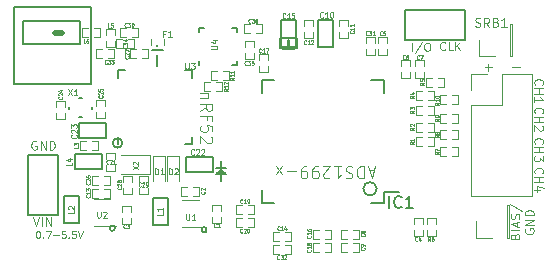
<source format=gto>
G04 #@! TF.FileFunction,Legend,Top*
%FSLAX46Y46*%
G04 Gerber Fmt 4.6, Leading zero omitted, Abs format (unit mm)*
G04 Created by KiCad (PCBNEW 4.0.4-stable) date 07/31/17 21:50:18*
%MOMM*%
%LPD*%
G01*
G04 APERTURE LIST*
%ADD10C,0.150000*%
%ADD11C,0.090000*%
%ADD12C,0.100000*%
%ADD13C,0.200000*%
%ADD14C,0.125000*%
%ADD15C,0.500000*%
%ADD16C,0.071120*%
%ADD17C,0.120000*%
%ADD18C,0.250000*%
%ADD19C,0.127000*%
%ADD20C,0.152400*%
%ADD21C,0.060000*%
%ADD22C,0.114300*%
%ADD23C,0.092000*%
%ADD24C,0.095000*%
G04 APERTURE END LIST*
D10*
D11*
X267870000Y-144471429D02*
X267927143Y-144471429D01*
X267984286Y-144500000D01*
X268012857Y-144528571D01*
X268041428Y-144585714D01*
X268070000Y-144700000D01*
X268070000Y-144842857D01*
X268041428Y-144957143D01*
X268012857Y-145014286D01*
X267984286Y-145042857D01*
X267927143Y-145071429D01*
X267870000Y-145071429D01*
X267812857Y-145042857D01*
X267784286Y-145014286D01*
X267755714Y-144957143D01*
X267727143Y-144842857D01*
X267727143Y-144700000D01*
X267755714Y-144585714D01*
X267784286Y-144528571D01*
X267812857Y-144500000D01*
X267870000Y-144471429D01*
X268327143Y-145014286D02*
X268355715Y-145042857D01*
X268327143Y-145071429D01*
X268298572Y-145042857D01*
X268327143Y-145014286D01*
X268327143Y-145071429D01*
X268555714Y-144471429D02*
X268955714Y-144471429D01*
X268698571Y-145071429D01*
X269184286Y-144842857D02*
X269641429Y-144842857D01*
X270212857Y-144471429D02*
X269927143Y-144471429D01*
X269898572Y-144757143D01*
X269927143Y-144728571D01*
X269984286Y-144700000D01*
X270127143Y-144700000D01*
X270184286Y-144728571D01*
X270212857Y-144757143D01*
X270241429Y-144814286D01*
X270241429Y-144957143D01*
X270212857Y-145014286D01*
X270184286Y-145042857D01*
X270127143Y-145071429D01*
X269984286Y-145071429D01*
X269927143Y-145042857D01*
X269898572Y-145014286D01*
X270498572Y-145014286D02*
X270527144Y-145042857D01*
X270498572Y-145071429D01*
X270470001Y-145042857D01*
X270498572Y-145014286D01*
X270498572Y-145071429D01*
X271070000Y-144471429D02*
X270784286Y-144471429D01*
X270755715Y-144757143D01*
X270784286Y-144728571D01*
X270841429Y-144700000D01*
X270984286Y-144700000D01*
X271041429Y-144728571D01*
X271070000Y-144757143D01*
X271098572Y-144814286D01*
X271098572Y-144957143D01*
X271070000Y-145014286D01*
X271041429Y-145042857D01*
X270984286Y-145071429D01*
X270841429Y-145071429D01*
X270784286Y-145042857D01*
X270755715Y-145014286D01*
X271270001Y-144471429D02*
X271470001Y-145071429D01*
X271670001Y-144471429D01*
D12*
X305734286Y-130602857D02*
X306305715Y-130602857D01*
X306020001Y-130884762D02*
X306020001Y-130320952D01*
D13*
X277550000Y-129140000D02*
X278460000Y-129140000D01*
X277980000Y-128770000D02*
X277980000Y-128700000D01*
X278000000Y-130530000D02*
X278000000Y-129530000D01*
D12*
X308018572Y-130568095D02*
X308661429Y-130568095D01*
X309995714Y-139592143D02*
X309960476Y-139556429D01*
X309925238Y-139449286D01*
X309925238Y-139377857D01*
X309960476Y-139270714D01*
X310030952Y-139199286D01*
X310101429Y-139163571D01*
X310242381Y-139127857D01*
X310348095Y-139127857D01*
X310489048Y-139163571D01*
X310559524Y-139199286D01*
X310630000Y-139270714D01*
X310665238Y-139377857D01*
X310665238Y-139449286D01*
X310630000Y-139556429D01*
X310594762Y-139592143D01*
X309925238Y-139913571D02*
X310665238Y-139913571D01*
X310312857Y-139913571D02*
X310312857Y-140342143D01*
X309925238Y-140342143D02*
X310665238Y-140342143D01*
X310418571Y-141020714D02*
X309925238Y-141020714D01*
X310700476Y-140842143D02*
X310171905Y-140663571D01*
X310171905Y-141127857D01*
X309975714Y-137072143D02*
X309940476Y-137036429D01*
X309905238Y-136929286D01*
X309905238Y-136857857D01*
X309940476Y-136750714D01*
X310010952Y-136679286D01*
X310081429Y-136643571D01*
X310222381Y-136607857D01*
X310328095Y-136607857D01*
X310469048Y-136643571D01*
X310539524Y-136679286D01*
X310610000Y-136750714D01*
X310645238Y-136857857D01*
X310645238Y-136929286D01*
X310610000Y-137036429D01*
X310574762Y-137072143D01*
X309905238Y-137393571D02*
X310645238Y-137393571D01*
X310292857Y-137393571D02*
X310292857Y-137822143D01*
X309905238Y-137822143D02*
X310645238Y-137822143D01*
X310645238Y-138107857D02*
X310645238Y-138572143D01*
X310363333Y-138322143D01*
X310363333Y-138429285D01*
X310328095Y-138500714D01*
X310292857Y-138536428D01*
X310222381Y-138572143D01*
X310046190Y-138572143D01*
X309975714Y-138536428D01*
X309940476Y-138500714D01*
X309905238Y-138429285D01*
X309905238Y-138215000D01*
X309940476Y-138143571D01*
X309975714Y-138107857D01*
X299576668Y-129216667D02*
X299576668Y-128516667D01*
X300410001Y-128483333D02*
X299810001Y-129383333D01*
X300776667Y-128516667D02*
X300910000Y-128516667D01*
X300976667Y-128550000D01*
X301043334Y-128616667D01*
X301076667Y-128750000D01*
X301076667Y-128983333D01*
X301043334Y-129116667D01*
X300976667Y-129183333D01*
X300910000Y-129216667D01*
X300776667Y-129216667D01*
X300710000Y-129183333D01*
X300643334Y-129116667D01*
X300610000Y-128983333D01*
X300610000Y-128750000D01*
X300643334Y-128616667D01*
X300710000Y-128550000D01*
X300776667Y-128516667D01*
D13*
X265900000Y-132000000D02*
X265900000Y-125500000D01*
X272400000Y-132000000D02*
X265900000Y-132000000D01*
X272400000Y-125500000D02*
X272400000Y-132000000D01*
X265900000Y-125500000D02*
X272400000Y-125500000D01*
X283377500Y-139462500D02*
X283477500Y-139562500D01*
X283277500Y-139462500D02*
X283277500Y-139562500D01*
D10*
X283377500Y-140262500D02*
X283377500Y-138562500D01*
X282977500Y-139162500D02*
X283777500Y-139162500D01*
D13*
X283777500Y-139662500D02*
X283377500Y-139262500D01*
X282977500Y-139662500D02*
X283377500Y-139262500D01*
X283777500Y-139662500D02*
X282977500Y-139662500D01*
D14*
X296367857Y-139283333D02*
X295891666Y-139283333D01*
X296463095Y-138997619D02*
X296129762Y-139997619D01*
X295796428Y-138997619D01*
X295463095Y-138997619D02*
X295463095Y-139997619D01*
X295225000Y-139997619D01*
X295082142Y-139950000D01*
X294986904Y-139854762D01*
X294939285Y-139759524D01*
X294891666Y-139569048D01*
X294891666Y-139426190D01*
X294939285Y-139235714D01*
X294986904Y-139140476D01*
X295082142Y-139045238D01*
X295225000Y-138997619D01*
X295463095Y-138997619D01*
X294510714Y-139045238D02*
X294367857Y-138997619D01*
X294129761Y-138997619D01*
X294034523Y-139045238D01*
X293986904Y-139092857D01*
X293939285Y-139188095D01*
X293939285Y-139283333D01*
X293986904Y-139378571D01*
X294034523Y-139426190D01*
X294129761Y-139473810D01*
X294320238Y-139521429D01*
X294415476Y-139569048D01*
X294463095Y-139616667D01*
X294510714Y-139711905D01*
X294510714Y-139807143D01*
X294463095Y-139902381D01*
X294415476Y-139950000D01*
X294320238Y-139997619D01*
X294082142Y-139997619D01*
X293939285Y-139950000D01*
X292986904Y-138997619D02*
X293558333Y-138997619D01*
X293272619Y-138997619D02*
X293272619Y-139997619D01*
X293367857Y-139854762D01*
X293463095Y-139759524D01*
X293558333Y-139711905D01*
X292605952Y-139902381D02*
X292558333Y-139950000D01*
X292463095Y-139997619D01*
X292224999Y-139997619D01*
X292129761Y-139950000D01*
X292082142Y-139902381D01*
X292034523Y-139807143D01*
X292034523Y-139711905D01*
X292082142Y-139569048D01*
X292653571Y-138997619D01*
X292034523Y-138997619D01*
X291558333Y-138997619D02*
X291367857Y-138997619D01*
X291272618Y-139045238D01*
X291224999Y-139092857D01*
X291129761Y-139235714D01*
X291082142Y-139426190D01*
X291082142Y-139807143D01*
X291129761Y-139902381D01*
X291177380Y-139950000D01*
X291272618Y-139997619D01*
X291463095Y-139997619D01*
X291558333Y-139950000D01*
X291605952Y-139902381D01*
X291653571Y-139807143D01*
X291653571Y-139569048D01*
X291605952Y-139473810D01*
X291558333Y-139426190D01*
X291463095Y-139378571D01*
X291272618Y-139378571D01*
X291177380Y-139426190D01*
X291129761Y-139473810D01*
X291082142Y-139569048D01*
X290605952Y-138997619D02*
X290415476Y-138997619D01*
X290320237Y-139045238D01*
X290272618Y-139092857D01*
X290177380Y-139235714D01*
X290129761Y-139426190D01*
X290129761Y-139807143D01*
X290177380Y-139902381D01*
X290224999Y-139950000D01*
X290320237Y-139997619D01*
X290510714Y-139997619D01*
X290605952Y-139950000D01*
X290653571Y-139902381D01*
X290701190Y-139807143D01*
X290701190Y-139569048D01*
X290653571Y-139473810D01*
X290605952Y-139426190D01*
X290510714Y-139378571D01*
X290320237Y-139378571D01*
X290224999Y-139426190D01*
X290177380Y-139473810D01*
X290129761Y-139569048D01*
X289701190Y-139378571D02*
X288939285Y-139378571D01*
X288558333Y-138997619D02*
X288034523Y-139664286D01*
X288558333Y-139664286D02*
X288034523Y-138997619D01*
X282314286Y-132804762D02*
X281647619Y-132804762D01*
X282219048Y-132804762D02*
X282266667Y-132852381D01*
X282314286Y-132947619D01*
X282314286Y-133090477D01*
X282266667Y-133185715D01*
X282171429Y-133233334D01*
X281647619Y-133233334D01*
X281647619Y-134280953D02*
X282123810Y-133947619D01*
X281647619Y-133709524D02*
X282647619Y-133709524D01*
X282647619Y-134090477D01*
X282600000Y-134185715D01*
X282552381Y-134233334D01*
X282457143Y-134280953D01*
X282314286Y-134280953D01*
X282219048Y-134233334D01*
X282171429Y-134185715D01*
X282123810Y-134090477D01*
X282123810Y-133709524D01*
X282171429Y-135042858D02*
X282171429Y-134709524D01*
X281647619Y-134709524D02*
X282647619Y-134709524D01*
X282647619Y-135185715D01*
X282647619Y-136042858D02*
X282647619Y-135566667D01*
X282171429Y-135519048D01*
X282219048Y-135566667D01*
X282266667Y-135661905D01*
X282266667Y-135900001D01*
X282219048Y-135995239D01*
X282171429Y-136042858D01*
X282076190Y-136090477D01*
X281838095Y-136090477D01*
X281742857Y-136042858D01*
X281695238Y-135995239D01*
X281647619Y-135900001D01*
X281647619Y-135661905D01*
X281695238Y-135566667D01*
X281742857Y-135519048D01*
X282552381Y-136471429D02*
X282600000Y-136519048D01*
X282647619Y-136614286D01*
X282647619Y-136852382D01*
X282600000Y-136947620D01*
X282552381Y-136995239D01*
X282457143Y-137042858D01*
X282361905Y-137042858D01*
X282219048Y-136995239D01*
X281647619Y-136423810D01*
X281647619Y-137042858D01*
D12*
X308272143Y-144916429D02*
X308307381Y-144809286D01*
X308342619Y-144773571D01*
X308413095Y-144737857D01*
X308518810Y-144737857D01*
X308589286Y-144773571D01*
X308624524Y-144809286D01*
X308659762Y-144880714D01*
X308659762Y-145166429D01*
X307919762Y-145166429D01*
X307919762Y-144916429D01*
X307955000Y-144845000D01*
X307990238Y-144809286D01*
X308060714Y-144773571D01*
X308131190Y-144773571D01*
X308201667Y-144809286D01*
X308236905Y-144845000D01*
X308272143Y-144916429D01*
X308272143Y-145166429D01*
X308659762Y-144416429D02*
X307919762Y-144416429D01*
X308448333Y-144095000D02*
X308448333Y-143737857D01*
X308659762Y-144166428D02*
X307919762Y-143916428D01*
X308659762Y-143666428D01*
X308624524Y-143452143D02*
X308659762Y-143345000D01*
X308659762Y-143166429D01*
X308624524Y-143095000D01*
X308589286Y-143059286D01*
X308518810Y-143023571D01*
X308448333Y-143023571D01*
X308377857Y-143059286D01*
X308342619Y-143095000D01*
X308307381Y-143166429D01*
X308272143Y-143309286D01*
X308236905Y-143380714D01*
X308201667Y-143416429D01*
X308131190Y-143452143D01*
X308060714Y-143452143D01*
X307990238Y-143416429D01*
X307955000Y-143380714D01*
X307919762Y-143309286D01*
X307919762Y-143130714D01*
X307955000Y-143023571D01*
X307884524Y-142166428D02*
X308835952Y-142809285D01*
X309165000Y-144291428D02*
X309129762Y-144362857D01*
X309129762Y-144470000D01*
X309165000Y-144577143D01*
X309235476Y-144648571D01*
X309305952Y-144684286D01*
X309446905Y-144720000D01*
X309552619Y-144720000D01*
X309693571Y-144684286D01*
X309764048Y-144648571D01*
X309834524Y-144577143D01*
X309869762Y-144470000D01*
X309869762Y-144398571D01*
X309834524Y-144291428D01*
X309799286Y-144255714D01*
X309552619Y-144255714D01*
X309552619Y-144398571D01*
X309869762Y-143934286D02*
X309129762Y-143934286D01*
X309869762Y-143505714D01*
X309129762Y-143505714D01*
X309869762Y-143148572D02*
X309129762Y-143148572D01*
X309129762Y-142970000D01*
X309165000Y-142862857D01*
X309235476Y-142791429D01*
X309305952Y-142755714D01*
X309446905Y-142720000D01*
X309552619Y-142720000D01*
X309693571Y-142755714D01*
X309764048Y-142791429D01*
X309834524Y-142862857D01*
X309869762Y-142970000D01*
X309869762Y-143148572D01*
X309975714Y-134492143D02*
X309940476Y-134456429D01*
X309905238Y-134349286D01*
X309905238Y-134277857D01*
X309940476Y-134170714D01*
X310010952Y-134099286D01*
X310081429Y-134063571D01*
X310222381Y-134027857D01*
X310328095Y-134027857D01*
X310469048Y-134063571D01*
X310539524Y-134099286D01*
X310610000Y-134170714D01*
X310645238Y-134277857D01*
X310645238Y-134349286D01*
X310610000Y-134456429D01*
X310574762Y-134492143D01*
X309905238Y-134813571D02*
X310645238Y-134813571D01*
X310292857Y-134813571D02*
X310292857Y-135242143D01*
X309905238Y-135242143D02*
X310645238Y-135242143D01*
X310574762Y-135563571D02*
X310610000Y-135599285D01*
X310645238Y-135670714D01*
X310645238Y-135849285D01*
X310610000Y-135920714D01*
X310574762Y-135956428D01*
X310504286Y-135992143D01*
X310433810Y-135992143D01*
X310328095Y-135956428D01*
X309905238Y-135527857D01*
X309905238Y-135992143D01*
X304918571Y-127139524D02*
X305025714Y-127174762D01*
X305204285Y-127174762D01*
X305275714Y-127139524D01*
X305311428Y-127104286D01*
X305347143Y-127033810D01*
X305347143Y-126963333D01*
X305311428Y-126892857D01*
X305275714Y-126857619D01*
X305204285Y-126822381D01*
X305061428Y-126787143D01*
X304990000Y-126751905D01*
X304954285Y-126716667D01*
X304918571Y-126646190D01*
X304918571Y-126575714D01*
X304954285Y-126505238D01*
X304990000Y-126470000D01*
X305061428Y-126434762D01*
X305240000Y-126434762D01*
X305347143Y-126470000D01*
X306097143Y-127174762D02*
X305847143Y-126822381D01*
X305668571Y-127174762D02*
X305668571Y-126434762D01*
X305954286Y-126434762D01*
X306025714Y-126470000D01*
X306061429Y-126505238D01*
X306097143Y-126575714D01*
X306097143Y-126681429D01*
X306061429Y-126751905D01*
X306025714Y-126787143D01*
X305954286Y-126822381D01*
X305668571Y-126822381D01*
X306668571Y-126787143D02*
X306775714Y-126822381D01*
X306811429Y-126857619D01*
X306847143Y-126928095D01*
X306847143Y-127033810D01*
X306811429Y-127104286D01*
X306775714Y-127139524D01*
X306704286Y-127174762D01*
X306418571Y-127174762D01*
X306418571Y-126434762D01*
X306668571Y-126434762D01*
X306740000Y-126470000D01*
X306775714Y-126505238D01*
X306811429Y-126575714D01*
X306811429Y-126646190D01*
X306775714Y-126716667D01*
X306740000Y-126751905D01*
X306668571Y-126787143D01*
X306418571Y-126787143D01*
X307561429Y-127174762D02*
X307132857Y-127174762D01*
X307347143Y-127174762D02*
X307347143Y-126434762D01*
X307275714Y-126540476D01*
X307204286Y-126610952D01*
X307132857Y-126646190D01*
X309975714Y-132082143D02*
X309940476Y-132046429D01*
X309905238Y-131939286D01*
X309905238Y-131867857D01*
X309940476Y-131760714D01*
X310010952Y-131689286D01*
X310081429Y-131653571D01*
X310222381Y-131617857D01*
X310328095Y-131617857D01*
X310469048Y-131653571D01*
X310539524Y-131689286D01*
X310610000Y-131760714D01*
X310645238Y-131867857D01*
X310645238Y-131939286D01*
X310610000Y-132046429D01*
X310574762Y-132082143D01*
X309905238Y-132403571D02*
X310645238Y-132403571D01*
X310292857Y-132403571D02*
X310292857Y-132832143D01*
X309905238Y-132832143D02*
X310645238Y-132832143D01*
X309905238Y-133582143D02*
X309905238Y-133153571D01*
X309905238Y-133367857D02*
X310645238Y-133367857D01*
X310539524Y-133296428D01*
X310469048Y-133225000D01*
X310433810Y-133153571D01*
D13*
X282173607Y-144375000D02*
G75*
G03X282173607Y-144375000I-223607J0D01*
G01*
X274411107Y-144237500D02*
G75*
G03X274411107Y-144237500I-223607J0D01*
G01*
X296570088Y-140900000D02*
G75*
G03X296570088Y-140900000I-570088J0D01*
G01*
X275033113Y-137010000D02*
G75*
G03X275033113Y-137010000I-403113J0D01*
G01*
D12*
X302363334Y-129100000D02*
X302330000Y-129133333D01*
X302230000Y-129166667D01*
X302163334Y-129166667D01*
X302063334Y-129133333D01*
X301996667Y-129066667D01*
X301963334Y-129000000D01*
X301930000Y-128866667D01*
X301930000Y-128766667D01*
X301963334Y-128633333D01*
X301996667Y-128566667D01*
X302063334Y-128500000D01*
X302163334Y-128466667D01*
X302230000Y-128466667D01*
X302330000Y-128500000D01*
X302363334Y-128533333D01*
X302996667Y-129166667D02*
X302663334Y-129166667D01*
X302663334Y-128466667D01*
X303230001Y-129166667D02*
X303230001Y-128466667D01*
X303630001Y-129166667D02*
X303330001Y-128766667D01*
X303630001Y-128466667D02*
X303230001Y-128866667D01*
X267753572Y-136875000D02*
X267682143Y-136839286D01*
X267575000Y-136839286D01*
X267467857Y-136875000D01*
X267396429Y-136946429D01*
X267360714Y-137017857D01*
X267325000Y-137160714D01*
X267325000Y-137267857D01*
X267360714Y-137410714D01*
X267396429Y-137482143D01*
X267467857Y-137553571D01*
X267575000Y-137589286D01*
X267646429Y-137589286D01*
X267753572Y-137553571D01*
X267789286Y-137517857D01*
X267789286Y-137267857D01*
X267646429Y-137267857D01*
X268110714Y-137589286D02*
X268110714Y-136839286D01*
X268539286Y-137589286D01*
X268539286Y-136839286D01*
X268896428Y-137589286D02*
X268896428Y-136839286D01*
X269075000Y-136839286D01*
X269182143Y-136875000D01*
X269253571Y-136946429D01*
X269289286Y-137017857D01*
X269325000Y-137160714D01*
X269325000Y-137267857D01*
X269289286Y-137410714D01*
X269253571Y-137482143D01*
X269182143Y-137553571D01*
X269075000Y-137589286D01*
X268896428Y-137589286D01*
X267448572Y-143319286D02*
X267698572Y-144069286D01*
X267948572Y-143319286D01*
X268198571Y-144069286D02*
X268198571Y-143319286D01*
X268555714Y-144069286D02*
X268555714Y-143319286D01*
X268984286Y-144069286D01*
X268984286Y-143319286D01*
D15*
X269900000Y-127673000D02*
X269320000Y-127673000D01*
D16*
X273689000Y-138854000D02*
X273689000Y-139362000D01*
X273689000Y-139362000D02*
X274451000Y-139362000D01*
X274451000Y-139362000D02*
X274451000Y-138854000D01*
X273689000Y-138346000D02*
X273689000Y-137838000D01*
X273689000Y-137838000D02*
X274451000Y-137838000D01*
X274451000Y-137838000D02*
X274451000Y-138346000D01*
D10*
X284740000Y-130450000D02*
X284340000Y-130450000D01*
X284740000Y-130450000D02*
X284740000Y-130050000D01*
X284740000Y-127250000D02*
X284340000Y-127250000D01*
X284740000Y-127250000D02*
X284740000Y-127650000D01*
X281540000Y-127250000D02*
X281940000Y-127250000D01*
X281540000Y-127250000D02*
X281540000Y-127650000D01*
X281540000Y-130450000D02*
X281540000Y-130050000D01*
D16*
X283004000Y-132591000D02*
X283512000Y-132591000D01*
X283512000Y-132591000D02*
X283512000Y-131829000D01*
X283512000Y-131829000D02*
X283004000Y-131829000D01*
X282496000Y-132591000D02*
X281988000Y-132591000D01*
X281988000Y-132591000D02*
X281988000Y-131829000D01*
X281988000Y-131829000D02*
X282496000Y-131829000D01*
X283524000Y-131651000D02*
X284032000Y-131651000D01*
X284032000Y-131651000D02*
X284032000Y-130889000D01*
X284032000Y-130889000D02*
X283524000Y-130889000D01*
X283016000Y-131651000D02*
X282508000Y-131651000D01*
X282508000Y-131651000D02*
X282508000Y-130889000D01*
X282508000Y-130889000D02*
X283016000Y-130889000D01*
X285846000Y-126979000D02*
X285338000Y-126979000D01*
X285338000Y-126979000D02*
X285338000Y-127741000D01*
X285338000Y-127741000D02*
X285846000Y-127741000D01*
X286354000Y-126979000D02*
X286862000Y-126979000D01*
X286862000Y-126979000D02*
X286862000Y-127741000D01*
X286862000Y-127741000D02*
X286354000Y-127741000D01*
X286161000Y-128926000D02*
X286161000Y-128418000D01*
X286161000Y-128418000D02*
X285399000Y-128418000D01*
X285399000Y-128418000D02*
X285399000Y-128926000D01*
X286161000Y-129434000D02*
X286161000Y-129942000D01*
X286161000Y-129942000D02*
X285399000Y-129942000D01*
X285399000Y-129942000D02*
X285399000Y-129434000D01*
D17*
X277470000Y-128250000D02*
X277470000Y-128750000D01*
X278530000Y-128750000D02*
X278530000Y-128250000D01*
D16*
X275534000Y-129001000D02*
X276042000Y-129001000D01*
X276042000Y-129001000D02*
X276042000Y-128239000D01*
X276042000Y-128239000D02*
X275534000Y-128239000D01*
X275026000Y-129001000D02*
X274518000Y-129001000D01*
X274518000Y-129001000D02*
X274518000Y-128239000D01*
X274518000Y-128239000D02*
X275026000Y-128239000D01*
X273346000Y-129069000D02*
X272838000Y-129069000D01*
X272838000Y-129069000D02*
X272838000Y-129831000D01*
X272838000Y-129831000D02*
X273346000Y-129831000D01*
X273854000Y-129069000D02*
X274362000Y-129069000D01*
X274362000Y-129069000D02*
X274362000Y-129831000D01*
X274362000Y-129831000D02*
X273854000Y-129831000D01*
X302446000Y-134549000D02*
X301938000Y-134549000D01*
X301938000Y-134549000D02*
X301938000Y-135311000D01*
X301938000Y-135311000D02*
X302446000Y-135311000D01*
X302954000Y-134549000D02*
X303462000Y-134549000D01*
X303462000Y-134549000D02*
X303462000Y-135311000D01*
X303462000Y-135311000D02*
X302954000Y-135311000D01*
X302446000Y-137389000D02*
X301938000Y-137389000D01*
X301938000Y-137389000D02*
X301938000Y-138151000D01*
X301938000Y-138151000D02*
X302446000Y-138151000D01*
X302954000Y-137389000D02*
X303462000Y-137389000D01*
X303462000Y-137389000D02*
X303462000Y-138151000D01*
X303462000Y-138151000D02*
X302954000Y-138151000D01*
X302436000Y-135919000D02*
X301928000Y-135919000D01*
X301928000Y-135919000D02*
X301928000Y-136681000D01*
X301928000Y-136681000D02*
X302436000Y-136681000D01*
X302944000Y-135919000D02*
X303452000Y-135919000D01*
X303452000Y-135919000D02*
X303452000Y-136681000D01*
X303452000Y-136681000D02*
X302944000Y-136681000D01*
X302446000Y-132994000D02*
X301938000Y-132994000D01*
X301938000Y-132994000D02*
X301938000Y-133756000D01*
X301938000Y-133756000D02*
X302446000Y-133756000D01*
X302954000Y-132994000D02*
X303462000Y-132994000D01*
X303462000Y-132994000D02*
X303462000Y-133756000D01*
X303462000Y-133756000D02*
X302954000Y-133756000D01*
D17*
X307870000Y-129690000D02*
X307990000Y-129690000D01*
X307990000Y-129690000D02*
X307990000Y-126910000D01*
X307990000Y-126910000D02*
X307870000Y-126910000D01*
X307870000Y-126910000D02*
X307870000Y-129690000D01*
X306600000Y-129690000D02*
X305210000Y-129690000D01*
X305210000Y-129690000D02*
X305210000Y-128300000D01*
D10*
X289800000Y-129000000D02*
X288450000Y-129000000D01*
X289800000Y-128100000D02*
X289800000Y-128950000D01*
X288400000Y-128150000D02*
X288400000Y-129000000D01*
X288500000Y-128100000D02*
X289650000Y-128100000D01*
X288600000Y-129100000D02*
X289550000Y-129100000D01*
X288550000Y-129000000D02*
X289650000Y-129000000D01*
X288500000Y-128150000D02*
X289700000Y-128150000D01*
D18*
X289100000Y-128800000D02*
X289100000Y-128300000D01*
D19*
X288465000Y-128893000D02*
X288465000Y-126607000D01*
X288465000Y-126607000D02*
X289735000Y-126607000D01*
X289735000Y-126607000D02*
X289735000Y-128893000D01*
X289735000Y-128893000D02*
X288465000Y-128893000D01*
D20*
X304030000Y-125790000D02*
X304030000Y-128330000D01*
X304030000Y-128330000D02*
X298950000Y-128330000D01*
X298950000Y-128330000D02*
X298950000Y-125790000D01*
X298950000Y-125790000D02*
X304030000Y-125790000D01*
D16*
X297456000Y-128571000D02*
X297456000Y-128063000D01*
X297456000Y-128063000D02*
X296694000Y-128063000D01*
X296694000Y-128063000D02*
X296694000Y-128571000D01*
X297456000Y-129079000D02*
X297456000Y-129587000D01*
X297456000Y-129587000D02*
X296694000Y-129587000D01*
X296694000Y-129587000D02*
X296694000Y-129079000D01*
D10*
X297175000Y-142075000D02*
X297175000Y-141125000D01*
X286825000Y-142075000D02*
X286825000Y-141025000D01*
X286825000Y-131725000D02*
X286825000Y-132775000D01*
X297175000Y-131725000D02*
X297175000Y-132775000D01*
X297175000Y-142075000D02*
X296125000Y-142075000D01*
X297175000Y-131725000D02*
X296125000Y-131725000D01*
X286825000Y-131725000D02*
X287875000Y-131725000D01*
X286825000Y-142075000D02*
X287875000Y-142075000D01*
X297175000Y-141125000D02*
X298450000Y-141125000D01*
D16*
X288296000Y-144569000D02*
X287788000Y-144569000D01*
X287788000Y-144569000D02*
X287788000Y-145331000D01*
X287788000Y-145331000D02*
X288296000Y-145331000D01*
X288804000Y-144569000D02*
X289312000Y-144569000D01*
X289312000Y-144569000D02*
X289312000Y-145331000D01*
X289312000Y-145331000D02*
X288804000Y-145331000D01*
D17*
X279850000Y-138100000D02*
X278850000Y-138100000D01*
X278850000Y-138100000D02*
X278850000Y-140200000D01*
X279850000Y-138100000D02*
X279850000Y-140200000D01*
D16*
X288296000Y-145619000D02*
X287788000Y-145619000D01*
X287788000Y-145619000D02*
X287788000Y-146381000D01*
X287788000Y-146381000D02*
X288296000Y-146381000D01*
X288804000Y-145619000D02*
X289312000Y-145619000D01*
X289312000Y-145619000D02*
X289312000Y-146381000D01*
X289312000Y-146381000D02*
X288804000Y-146381000D01*
D17*
X272612500Y-144047500D02*
X274512500Y-144047500D01*
X274012500Y-141727500D02*
X272612500Y-141727500D01*
D16*
X290419000Y-127654000D02*
X290419000Y-128162000D01*
X290419000Y-128162000D02*
X291181000Y-128162000D01*
X291181000Y-128162000D02*
X291181000Y-127654000D01*
X290419000Y-127146000D02*
X290419000Y-126638000D01*
X290419000Y-126638000D02*
X291181000Y-126638000D01*
X291181000Y-126638000D02*
X291181000Y-127146000D01*
X296406000Y-128571000D02*
X296406000Y-128063000D01*
X296406000Y-128063000D02*
X295644000Y-128063000D01*
X295644000Y-128063000D02*
X295644000Y-128571000D01*
X296406000Y-129079000D02*
X296406000Y-129587000D01*
X296406000Y-129587000D02*
X295644000Y-129587000D01*
X295644000Y-129587000D02*
X295644000Y-129079000D01*
X285146000Y-142294000D02*
X284638000Y-142294000D01*
X284638000Y-142294000D02*
X284638000Y-143056000D01*
X284638000Y-143056000D02*
X285146000Y-143056000D01*
X285654000Y-142294000D02*
X286162000Y-142294000D01*
X286162000Y-142294000D02*
X286162000Y-143056000D01*
X286162000Y-143056000D02*
X285654000Y-143056000D01*
X301221000Y-131494000D02*
X300713000Y-131494000D01*
X300713000Y-131494000D02*
X300713000Y-132256000D01*
X300713000Y-132256000D02*
X301221000Y-132256000D01*
X301729000Y-131494000D02*
X302237000Y-131494000D01*
X302237000Y-131494000D02*
X302237000Y-132256000D01*
X302237000Y-132256000D02*
X301729000Y-132256000D01*
X285654000Y-144131000D02*
X286162000Y-144131000D01*
X286162000Y-144131000D02*
X286162000Y-143369000D01*
X286162000Y-143369000D02*
X285654000Y-143369000D01*
X285146000Y-144131000D02*
X284638000Y-144131000D01*
X284638000Y-144131000D02*
X284638000Y-143369000D01*
X284638000Y-143369000D02*
X285146000Y-143369000D01*
X291696000Y-145469000D02*
X291188000Y-145469000D01*
X291188000Y-145469000D02*
X291188000Y-146231000D01*
X291188000Y-146231000D02*
X291696000Y-146231000D01*
X292204000Y-145469000D02*
X292712000Y-145469000D01*
X292712000Y-145469000D02*
X292712000Y-146231000D01*
X292712000Y-146231000D02*
X292204000Y-146231000D01*
X291696000Y-144344000D02*
X291188000Y-144344000D01*
X291188000Y-144344000D02*
X291188000Y-145106000D01*
X291188000Y-145106000D02*
X291696000Y-145106000D01*
X292204000Y-144344000D02*
X292712000Y-144344000D01*
X292712000Y-144344000D02*
X292712000Y-145106000D01*
X292712000Y-145106000D02*
X292204000Y-145106000D01*
X294554000Y-146281000D02*
X295062000Y-146281000D01*
X295062000Y-146281000D02*
X295062000Y-145519000D01*
X295062000Y-145519000D02*
X294554000Y-145519000D01*
X294046000Y-146281000D02*
X293538000Y-146281000D01*
X293538000Y-146281000D02*
X293538000Y-145519000D01*
X293538000Y-145519000D02*
X294046000Y-145519000D01*
X287356000Y-129971000D02*
X287356000Y-129463000D01*
X287356000Y-129463000D02*
X286594000Y-129463000D01*
X286594000Y-129463000D02*
X286594000Y-129971000D01*
X287356000Y-130479000D02*
X287356000Y-130987000D01*
X287356000Y-130987000D02*
X286594000Y-130987000D01*
X286594000Y-130987000D02*
X286594000Y-130479000D01*
X294554000Y-145106000D02*
X295062000Y-145106000D01*
X295062000Y-145106000D02*
X295062000Y-144344000D01*
X295062000Y-144344000D02*
X294554000Y-144344000D01*
X294046000Y-145106000D02*
X293538000Y-145106000D01*
X293538000Y-145106000D02*
X293538000Y-144344000D01*
X293538000Y-144344000D02*
X294046000Y-144344000D01*
X294156000Y-127146000D02*
X294156000Y-126638000D01*
X294156000Y-126638000D02*
X293394000Y-126638000D01*
X293394000Y-126638000D02*
X293394000Y-127146000D01*
X294156000Y-127654000D02*
X294156000Y-128162000D01*
X294156000Y-128162000D02*
X293394000Y-128162000D01*
X293394000Y-128162000D02*
X293394000Y-127654000D01*
X300581000Y-130496000D02*
X300581000Y-129988000D01*
X300581000Y-129988000D02*
X299819000Y-129988000D01*
X299819000Y-129988000D02*
X299819000Y-130496000D01*
X300581000Y-131004000D02*
X300581000Y-131512000D01*
X300581000Y-131512000D02*
X299819000Y-131512000D01*
X299819000Y-131512000D02*
X299819000Y-131004000D01*
X299356000Y-130496000D02*
X299356000Y-129988000D01*
X299356000Y-129988000D02*
X298594000Y-129988000D01*
X298594000Y-129988000D02*
X298594000Y-130496000D01*
X299356000Y-131004000D02*
X299356000Y-131512000D01*
X299356000Y-131512000D02*
X298594000Y-131512000D01*
X298594000Y-131512000D02*
X298594000Y-131004000D01*
D19*
X292910000Y-126582000D02*
X292910000Y-128868000D01*
X292910000Y-128868000D02*
X291640000Y-128868000D01*
X291640000Y-128868000D02*
X291640000Y-126582000D01*
X291640000Y-126582000D02*
X292910000Y-126582000D01*
X278860000Y-141657000D02*
X278860000Y-143943000D01*
X278860000Y-143943000D02*
X277590000Y-143943000D01*
X277590000Y-143943000D02*
X277590000Y-141657000D01*
X277590000Y-141657000D02*
X278860000Y-141657000D01*
X271347500Y-141544500D02*
X271347500Y-143830500D01*
X271347500Y-143830500D02*
X270077500Y-143830500D01*
X270077500Y-143830500D02*
X270077500Y-141544500D01*
X270077500Y-141544500D02*
X271347500Y-141544500D01*
D16*
X272958500Y-140906500D02*
X272450500Y-140906500D01*
X272450500Y-140906500D02*
X272450500Y-141668500D01*
X272450500Y-141668500D02*
X272958500Y-141668500D01*
X273466500Y-140906500D02*
X273974500Y-140906500D01*
X273974500Y-140906500D02*
X273974500Y-141668500D01*
X273974500Y-141668500D02*
X273466500Y-141668500D01*
X274981500Y-143341500D02*
X274981500Y-143849500D01*
X274981500Y-143849500D02*
X275743500Y-143849500D01*
X275743500Y-143849500D02*
X275743500Y-143341500D01*
X274981500Y-142833500D02*
X274981500Y-142325500D01*
X274981500Y-142325500D02*
X275743500Y-142325500D01*
X275743500Y-142325500D02*
X275743500Y-142833500D01*
X280471000Y-140719000D02*
X279963000Y-140719000D01*
X279963000Y-140719000D02*
X279963000Y-141481000D01*
X279963000Y-141481000D02*
X280471000Y-141481000D01*
X280979000Y-140719000D02*
X281487000Y-140719000D01*
X281487000Y-140719000D02*
X281487000Y-141481000D01*
X281487000Y-141481000D02*
X280979000Y-141481000D01*
X282644000Y-143254000D02*
X282644000Y-143762000D01*
X282644000Y-143762000D02*
X283406000Y-143762000D01*
X283406000Y-143762000D02*
X283406000Y-143254000D01*
X282644000Y-142746000D02*
X282644000Y-142238000D01*
X282644000Y-142238000D02*
X283406000Y-142238000D01*
X283406000Y-142238000D02*
X283406000Y-142746000D01*
X299694000Y-144354000D02*
X299694000Y-144862000D01*
X299694000Y-144862000D02*
X300456000Y-144862000D01*
X300456000Y-144862000D02*
X300456000Y-144354000D01*
X299694000Y-143846000D02*
X299694000Y-143338000D01*
X299694000Y-143338000D02*
X300456000Y-143338000D01*
X300456000Y-143338000D02*
X300456000Y-143846000D01*
X300794000Y-144354000D02*
X300794000Y-144862000D01*
X300794000Y-144862000D02*
X301556000Y-144862000D01*
X301556000Y-144862000D02*
X301556000Y-144354000D01*
X300794000Y-143846000D02*
X300794000Y-143338000D01*
X300794000Y-143338000D02*
X301556000Y-143338000D01*
X301556000Y-143338000D02*
X301556000Y-143846000D01*
X300396000Y-132619000D02*
X299888000Y-132619000D01*
X299888000Y-132619000D02*
X299888000Y-133381000D01*
X299888000Y-133381000D02*
X300396000Y-133381000D01*
X300904000Y-132619000D02*
X301412000Y-132619000D01*
X301412000Y-132619000D02*
X301412000Y-133381000D01*
X301412000Y-133381000D02*
X300904000Y-133381000D01*
X300371000Y-133869000D02*
X299863000Y-133869000D01*
X299863000Y-133869000D02*
X299863000Y-134631000D01*
X299863000Y-134631000D02*
X300371000Y-134631000D01*
X300879000Y-133869000D02*
X301387000Y-133869000D01*
X301387000Y-133869000D02*
X301387000Y-134631000D01*
X301387000Y-134631000D02*
X300879000Y-134631000D01*
X300396000Y-135309000D02*
X299888000Y-135309000D01*
X299888000Y-135309000D02*
X299888000Y-136071000D01*
X299888000Y-136071000D02*
X300396000Y-136071000D01*
X300904000Y-135309000D02*
X301412000Y-135309000D01*
X301412000Y-135309000D02*
X301412000Y-136071000D01*
X301412000Y-136071000D02*
X300904000Y-136071000D01*
X300396000Y-136529000D02*
X299888000Y-136529000D01*
X299888000Y-136529000D02*
X299888000Y-137291000D01*
X299888000Y-137291000D02*
X300396000Y-137291000D01*
X300904000Y-136529000D02*
X301412000Y-136529000D01*
X301412000Y-136529000D02*
X301412000Y-137291000D01*
X301412000Y-137291000D02*
X300904000Y-137291000D01*
D17*
X278650000Y-138100000D02*
X277650000Y-138100000D01*
X277650000Y-138100000D02*
X277650000Y-140200000D01*
X278650000Y-138100000D02*
X278650000Y-140200000D01*
D20*
X269545000Y-143090000D02*
X267005000Y-143090000D01*
X267005000Y-143090000D02*
X267005000Y-138010000D01*
X267005000Y-138010000D02*
X269545000Y-138010000D01*
X269545000Y-138010000D02*
X269545000Y-143090000D01*
D19*
X273313000Y-139255000D02*
X271027000Y-139255000D01*
X271027000Y-139255000D02*
X271027000Y-137985000D01*
X271027000Y-137985000D02*
X273313000Y-137985000D01*
X273313000Y-137985000D02*
X273313000Y-139255000D01*
D10*
X272500000Y-134050000D02*
X272500000Y-134100000D01*
X272500000Y-134050000D02*
X272500000Y-134000000D01*
X270500000Y-134050000D02*
X270500000Y-134100000D01*
X270500000Y-134050000D02*
X270500000Y-134000000D01*
X271500000Y-134850000D02*
X271650000Y-134850000D01*
X271500000Y-134850000D02*
X271350000Y-134850000D01*
X271500000Y-133250000D02*
X271650000Y-133250000D01*
X271500000Y-133250000D02*
X271350000Y-133250000D01*
D16*
X275831000Y-140296000D02*
X275831000Y-139788000D01*
X275831000Y-139788000D02*
X275069000Y-139788000D01*
X275069000Y-139788000D02*
X275069000Y-140296000D01*
X275831000Y-140804000D02*
X275831000Y-141312000D01*
X275831000Y-141312000D02*
X275069000Y-141312000D01*
X275069000Y-141312000D02*
X275069000Y-140804000D01*
X273454000Y-140581000D02*
X273962000Y-140581000D01*
X273962000Y-140581000D02*
X273962000Y-139819000D01*
X273962000Y-139819000D02*
X273454000Y-139819000D01*
X272946000Y-140581000D02*
X272438000Y-140581000D01*
X272438000Y-140581000D02*
X272438000Y-139819000D01*
X272438000Y-139819000D02*
X272946000Y-139819000D01*
X270181000Y-133946000D02*
X270181000Y-133438000D01*
X270181000Y-133438000D02*
X269419000Y-133438000D01*
X269419000Y-133438000D02*
X269419000Y-133946000D01*
X270181000Y-134454000D02*
X270181000Y-134962000D01*
X270181000Y-134962000D02*
X269419000Y-134962000D01*
X269419000Y-134962000D02*
X269419000Y-134454000D01*
X272819000Y-134354000D02*
X272819000Y-134862000D01*
X272819000Y-134862000D02*
X273581000Y-134862000D01*
X273581000Y-134862000D02*
X273581000Y-134354000D01*
X272819000Y-133846000D02*
X272819000Y-133338000D01*
X272819000Y-133338000D02*
X273581000Y-133338000D01*
X273581000Y-133338000D02*
X273581000Y-133846000D01*
X276704000Y-129831000D02*
X277212000Y-129831000D01*
X277212000Y-129831000D02*
X277212000Y-129069000D01*
X277212000Y-129069000D02*
X276704000Y-129069000D01*
X276196000Y-129831000D02*
X275688000Y-129831000D01*
X275688000Y-129831000D02*
X275688000Y-129069000D01*
X275688000Y-129069000D02*
X276196000Y-129069000D01*
X277231000Y-140296000D02*
X277231000Y-139788000D01*
X277231000Y-139788000D02*
X276469000Y-139788000D01*
X276469000Y-139788000D02*
X276469000Y-140296000D01*
X277231000Y-140804000D02*
X277231000Y-141312000D01*
X277231000Y-141312000D02*
X276469000Y-141312000D01*
X276469000Y-141312000D02*
X276469000Y-140804000D01*
D10*
X266645000Y-126673000D02*
X271445000Y-126673000D01*
X271445000Y-126673000D02*
X271445000Y-128673000D01*
X271345000Y-128673000D02*
X266645000Y-128673000D01*
X266645000Y-128673000D02*
X266645000Y-126673000D01*
X271445000Y-128673000D02*
X271345000Y-128673000D01*
D16*
X272654000Y-128081000D02*
X273162000Y-128081000D01*
X273162000Y-128081000D02*
X273162000Y-127319000D01*
X273162000Y-127319000D02*
X272654000Y-127319000D01*
X272146000Y-128081000D02*
X271638000Y-128081000D01*
X271638000Y-128081000D02*
X271638000Y-127319000D01*
X271638000Y-127319000D02*
X272146000Y-127319000D01*
X274381000Y-127846000D02*
X274381000Y-127338000D01*
X274381000Y-127338000D02*
X273619000Y-127338000D01*
X273619000Y-127338000D02*
X273619000Y-127846000D01*
X274381000Y-128354000D02*
X274381000Y-128862000D01*
X274381000Y-128862000D02*
X273619000Y-128862000D01*
X273619000Y-128862000D02*
X273619000Y-128354000D01*
X275854000Y-128081000D02*
X276362000Y-128081000D01*
X276362000Y-128081000D02*
X276362000Y-127319000D01*
X276362000Y-127319000D02*
X275854000Y-127319000D01*
X275346000Y-128081000D02*
X274838000Y-128081000D01*
X274838000Y-128081000D02*
X274838000Y-127319000D01*
X274838000Y-127319000D02*
X275346000Y-127319000D01*
X271926000Y-136889000D02*
X271418000Y-136889000D01*
X271418000Y-136889000D02*
X271418000Y-137651000D01*
X271418000Y-137651000D02*
X271926000Y-137651000D01*
X272434000Y-136889000D02*
X272942000Y-136889000D01*
X272942000Y-136889000D02*
X272942000Y-137651000D01*
X272942000Y-137651000D02*
X272434000Y-137651000D01*
D19*
X273643000Y-136635000D02*
X271357000Y-136635000D01*
X271357000Y-136635000D02*
X271357000Y-135365000D01*
X271357000Y-135365000D02*
X273643000Y-135365000D01*
X273643000Y-135365000D02*
X273643000Y-136635000D01*
X280407000Y-138165000D02*
X282693000Y-138165000D01*
X282693000Y-138165000D02*
X282693000Y-139435000D01*
X282693000Y-139435000D02*
X280407000Y-139435000D01*
X280407000Y-139435000D02*
X280407000Y-138165000D01*
D17*
X280125000Y-144160000D02*
X282025000Y-144160000D01*
X281525000Y-141840000D02*
X280125000Y-141840000D01*
X307610000Y-145040000D02*
X307730000Y-145040000D01*
X307730000Y-145040000D02*
X307730000Y-142260000D01*
X307730000Y-142260000D02*
X307610000Y-142260000D01*
X307610000Y-142260000D02*
X307610000Y-145040000D01*
X306340000Y-145040000D02*
X304950000Y-145040000D01*
X304950000Y-145040000D02*
X304950000Y-143650000D01*
X304550000Y-133810000D02*
X304550000Y-141490000D01*
X304550000Y-141490000D02*
X309750000Y-141490000D01*
X309750000Y-141490000D02*
X309750000Y-131210000D01*
X309750000Y-131210000D02*
X307150000Y-131210000D01*
X307150000Y-131210000D02*
X307150000Y-133810000D01*
X307150000Y-133810000D02*
X304550000Y-133810000D01*
X304550000Y-132540000D02*
X304550000Y-131210000D01*
X304550000Y-131210000D02*
X305880000Y-131210000D01*
D10*
X274675000Y-130875000D02*
X275275000Y-130875000D01*
X280925000Y-137125000D02*
X280325000Y-137125000D01*
X280925000Y-130875000D02*
X280325000Y-130875000D01*
X274675000Y-137125000D02*
X274675000Y-136525000D01*
X280925000Y-137125000D02*
X280925000Y-136525000D01*
X280925000Y-130875000D02*
X280925000Y-131475000D01*
X274675000Y-130875000D02*
X274675000Y-131475000D01*
D17*
X274950000Y-139650000D02*
X277350000Y-139650000D01*
X277350000Y-139650000D02*
X277350000Y-138050000D01*
X277350000Y-138050000D02*
X274950000Y-138050000D01*
D16*
X273874057Y-138745186D02*
X273859543Y-138761877D01*
X273816000Y-138778569D01*
X273786971Y-138778569D01*
X273743428Y-138761877D01*
X273714400Y-138728494D01*
X273699885Y-138695111D01*
X273685371Y-138628346D01*
X273685371Y-138578271D01*
X273699885Y-138511506D01*
X273714400Y-138478123D01*
X273743428Y-138444740D01*
X273786971Y-138428049D01*
X273816000Y-138428049D01*
X273859543Y-138444740D01*
X273874057Y-138461431D01*
X273990171Y-138461431D02*
X274004685Y-138444740D01*
X274033714Y-138428049D01*
X274106285Y-138428049D01*
X274135314Y-138444740D01*
X274149828Y-138461431D01*
X274164343Y-138494814D01*
X274164343Y-138528197D01*
X274149828Y-138578271D01*
X273975657Y-138778569D01*
X274164343Y-138778569D01*
X274454629Y-138778569D02*
X274280457Y-138778569D01*
X274367543Y-138778569D02*
X274367543Y-138428049D01*
X274338514Y-138478123D01*
X274309486Y-138511506D01*
X274280457Y-138528197D01*
D11*
X282566190Y-129070952D02*
X282970952Y-129070952D01*
X283018571Y-129047143D01*
X283042381Y-129023333D01*
X283066190Y-128975714D01*
X283066190Y-128880476D01*
X283042381Y-128832857D01*
X283018571Y-128809048D01*
X282970952Y-128785238D01*
X282566190Y-128785238D01*
X282732857Y-128332857D02*
X283066190Y-128332857D01*
X282542381Y-128451904D02*
X282899524Y-128570952D01*
X282899524Y-128261428D01*
D16*
X283958569Y-132435943D02*
X283791654Y-132537543D01*
X283958569Y-132610115D02*
X283608049Y-132610115D01*
X283608049Y-132494000D01*
X283624740Y-132464972D01*
X283641431Y-132450457D01*
X283674814Y-132435943D01*
X283724889Y-132435943D01*
X283758271Y-132450457D01*
X283774963Y-132464972D01*
X283791654Y-132494000D01*
X283791654Y-132610115D01*
X283958569Y-132145657D02*
X283958569Y-132319829D01*
X283958569Y-132232743D02*
X283608049Y-132232743D01*
X283658123Y-132261772D01*
X283691506Y-132290800D01*
X283708197Y-132319829D01*
X283641431Y-132029543D02*
X283624740Y-132015029D01*
X283608049Y-131986000D01*
X283608049Y-131913429D01*
X283624740Y-131884400D01*
X283641431Y-131869886D01*
X283674814Y-131855371D01*
X283708197Y-131855371D01*
X283758271Y-131869886D01*
X283958569Y-132044057D01*
X283958569Y-131855371D01*
X284478569Y-131495943D02*
X284311654Y-131597543D01*
X284478569Y-131670115D02*
X284128049Y-131670115D01*
X284128049Y-131554000D01*
X284144740Y-131524972D01*
X284161431Y-131510457D01*
X284194814Y-131495943D01*
X284244889Y-131495943D01*
X284278271Y-131510457D01*
X284294963Y-131524972D01*
X284311654Y-131554000D01*
X284311654Y-131670115D01*
X284478569Y-131205657D02*
X284478569Y-131379829D01*
X284478569Y-131292743D02*
X284128049Y-131292743D01*
X284178123Y-131321772D01*
X284211506Y-131350800D01*
X284228197Y-131379829D01*
X284478569Y-130915371D02*
X284478569Y-131089543D01*
X284478569Y-131002457D02*
X284128049Y-131002457D01*
X284178123Y-131031486D01*
X284211506Y-131060514D01*
X284228197Y-131089543D01*
X285894057Y-126805186D02*
X285879543Y-126821877D01*
X285836000Y-126838569D01*
X285806971Y-126838569D01*
X285763428Y-126821877D01*
X285734400Y-126788494D01*
X285719885Y-126755111D01*
X285705371Y-126688346D01*
X285705371Y-126638271D01*
X285719885Y-126571506D01*
X285734400Y-126538123D01*
X285763428Y-126504740D01*
X285806971Y-126488049D01*
X285836000Y-126488049D01*
X285879543Y-126504740D01*
X285894057Y-126521431D01*
X285995657Y-126488049D02*
X286184343Y-126488049D01*
X286082743Y-126621580D01*
X286126285Y-126621580D01*
X286155314Y-126638271D01*
X286169828Y-126654963D01*
X286184343Y-126688346D01*
X286184343Y-126771803D01*
X286169828Y-126805186D01*
X286155314Y-126821877D01*
X286126285Y-126838569D01*
X286039200Y-126838569D01*
X286010171Y-126821877D01*
X285995657Y-126805186D01*
X286445600Y-126488049D02*
X286387543Y-126488049D01*
X286358514Y-126504740D01*
X286344000Y-126521431D01*
X286314971Y-126571506D01*
X286300457Y-126638271D01*
X286300457Y-126771803D01*
X286314971Y-126805186D01*
X286329486Y-126821877D01*
X286358514Y-126838569D01*
X286416571Y-126838569D01*
X286445600Y-126821877D01*
X286460114Y-126805186D01*
X286474629Y-126771803D01*
X286474629Y-126688346D01*
X286460114Y-126654963D01*
X286445600Y-126638271D01*
X286416571Y-126621580D01*
X286358514Y-126621580D01*
X286329486Y-126638271D01*
X286314971Y-126654963D01*
X286300457Y-126688346D01*
X285564057Y-130375186D02*
X285549543Y-130391877D01*
X285506000Y-130408569D01*
X285476971Y-130408569D01*
X285433428Y-130391877D01*
X285404400Y-130358494D01*
X285389885Y-130325111D01*
X285375371Y-130258346D01*
X285375371Y-130208271D01*
X285389885Y-130141506D01*
X285404400Y-130108123D01*
X285433428Y-130074740D01*
X285476971Y-130058049D01*
X285506000Y-130058049D01*
X285549543Y-130074740D01*
X285564057Y-130091431D01*
X285665657Y-130058049D02*
X285854343Y-130058049D01*
X285752743Y-130191580D01*
X285796285Y-130191580D01*
X285825314Y-130208271D01*
X285839828Y-130224963D01*
X285854343Y-130258346D01*
X285854343Y-130341803D01*
X285839828Y-130375186D01*
X285825314Y-130391877D01*
X285796285Y-130408569D01*
X285709200Y-130408569D01*
X285680171Y-130391877D01*
X285665657Y-130375186D01*
X286130114Y-130058049D02*
X285984971Y-130058049D01*
X285970457Y-130224963D01*
X285984971Y-130208271D01*
X286014000Y-130191580D01*
X286086571Y-130191580D01*
X286115600Y-130208271D01*
X286130114Y-130224963D01*
X286144629Y-130258346D01*
X286144629Y-130341803D01*
X286130114Y-130375186D01*
X286115600Y-130391877D01*
X286086571Y-130408569D01*
X286014000Y-130408569D01*
X285984971Y-130391877D01*
X285970457Y-130375186D01*
D12*
X278683334Y-127754286D02*
X278516668Y-127754286D01*
X278516668Y-128016190D02*
X278516668Y-127516190D01*
X278754763Y-127516190D01*
X279207143Y-128016190D02*
X278921429Y-128016190D01*
X279064286Y-128016190D02*
X279064286Y-127516190D01*
X279016667Y-127587619D01*
X278969048Y-127635238D01*
X278921429Y-127659048D01*
D16*
X275405186Y-128815943D02*
X275421877Y-128830457D01*
X275438569Y-128874000D01*
X275438569Y-128903029D01*
X275421877Y-128946572D01*
X275388494Y-128975600D01*
X275355111Y-128990115D01*
X275288346Y-129004629D01*
X275238271Y-129004629D01*
X275171506Y-128990115D01*
X275138123Y-128975600D01*
X275104740Y-128946572D01*
X275088049Y-128903029D01*
X275088049Y-128874000D01*
X275104740Y-128830457D01*
X275121431Y-128815943D01*
X275088049Y-128714343D02*
X275088049Y-128525657D01*
X275221580Y-128627257D01*
X275221580Y-128583715D01*
X275238271Y-128554686D01*
X275254963Y-128540172D01*
X275288346Y-128525657D01*
X275371803Y-128525657D01*
X275405186Y-128540172D01*
X275421877Y-128554686D01*
X275438569Y-128583715D01*
X275438569Y-128670800D01*
X275421877Y-128699829D01*
X275405186Y-128714343D01*
X275204889Y-128264400D02*
X275438569Y-128264400D01*
X275071357Y-128336971D02*
X275321729Y-128409543D01*
X275321729Y-128220857D01*
X273714057Y-130275186D02*
X273699543Y-130291877D01*
X273656000Y-130308569D01*
X273626971Y-130308569D01*
X273583428Y-130291877D01*
X273554400Y-130258494D01*
X273539885Y-130225111D01*
X273525371Y-130158346D01*
X273525371Y-130108271D01*
X273539885Y-130041506D01*
X273554400Y-130008123D01*
X273583428Y-129974740D01*
X273626971Y-129958049D01*
X273656000Y-129958049D01*
X273699543Y-129974740D01*
X273714057Y-129991431D01*
X273815657Y-129958049D02*
X274004343Y-129958049D01*
X273902743Y-130091580D01*
X273946285Y-130091580D01*
X273975314Y-130108271D01*
X273989828Y-130124963D01*
X274004343Y-130158346D01*
X274004343Y-130241803D01*
X273989828Y-130275186D01*
X273975314Y-130291877D01*
X273946285Y-130308569D01*
X273859200Y-130308569D01*
X273830171Y-130291877D01*
X273815657Y-130275186D01*
X274105943Y-129958049D02*
X274294629Y-129958049D01*
X274193029Y-130091580D01*
X274236571Y-130091580D01*
X274265600Y-130108271D01*
X274280114Y-130124963D01*
X274294629Y-130158346D01*
X274294629Y-130241803D01*
X274280114Y-130275186D01*
X274265600Y-130291877D01*
X274236571Y-130308569D01*
X274149486Y-130308569D01*
X274120457Y-130291877D01*
X274105943Y-130275186D01*
X301858569Y-134950800D02*
X301691654Y-135052400D01*
X301858569Y-135124972D02*
X301508049Y-135124972D01*
X301508049Y-135008857D01*
X301524740Y-134979829D01*
X301541431Y-134965314D01*
X301574814Y-134950800D01*
X301624889Y-134950800D01*
X301658271Y-134965314D01*
X301674963Y-134979829D01*
X301691654Y-135008857D01*
X301691654Y-135124972D01*
X301858569Y-134805657D02*
X301858569Y-134747600D01*
X301841877Y-134718572D01*
X301825186Y-134704057D01*
X301775111Y-134675029D01*
X301708346Y-134660514D01*
X301574814Y-134660514D01*
X301541431Y-134675029D01*
X301524740Y-134689543D01*
X301508049Y-134718572D01*
X301508049Y-134776629D01*
X301524740Y-134805657D01*
X301541431Y-134820172D01*
X301574814Y-134834686D01*
X301658271Y-134834686D01*
X301691654Y-134820172D01*
X301708346Y-134805657D01*
X301725037Y-134776629D01*
X301725037Y-134718572D01*
X301708346Y-134689543D01*
X301691654Y-134675029D01*
X301658271Y-134660514D01*
X301858569Y-137800800D02*
X301691654Y-137902400D01*
X301858569Y-137974972D02*
X301508049Y-137974972D01*
X301508049Y-137858857D01*
X301524740Y-137829829D01*
X301541431Y-137815314D01*
X301574814Y-137800800D01*
X301624889Y-137800800D01*
X301658271Y-137815314D01*
X301674963Y-137829829D01*
X301691654Y-137858857D01*
X301691654Y-137974972D01*
X301508049Y-137699200D02*
X301508049Y-137496000D01*
X301858569Y-137626629D01*
X301858569Y-136350800D02*
X301691654Y-136452400D01*
X301858569Y-136524972D02*
X301508049Y-136524972D01*
X301508049Y-136408857D01*
X301524740Y-136379829D01*
X301541431Y-136365314D01*
X301574814Y-136350800D01*
X301624889Y-136350800D01*
X301658271Y-136365314D01*
X301674963Y-136379829D01*
X301691654Y-136408857D01*
X301691654Y-136524972D01*
X301658271Y-136176629D02*
X301641580Y-136205657D01*
X301624889Y-136220172D01*
X301591506Y-136234686D01*
X301574814Y-136234686D01*
X301541431Y-136220172D01*
X301524740Y-136205657D01*
X301508049Y-136176629D01*
X301508049Y-136118572D01*
X301524740Y-136089543D01*
X301541431Y-136075029D01*
X301574814Y-136060514D01*
X301591506Y-136060514D01*
X301624889Y-136075029D01*
X301641580Y-136089543D01*
X301658271Y-136118572D01*
X301658271Y-136176629D01*
X301674963Y-136205657D01*
X301691654Y-136220172D01*
X301725037Y-136234686D01*
X301791803Y-136234686D01*
X301825186Y-136220172D01*
X301841877Y-136205657D01*
X301858569Y-136176629D01*
X301858569Y-136118572D01*
X301841877Y-136089543D01*
X301825186Y-136075029D01*
X301791803Y-136060514D01*
X301725037Y-136060514D01*
X301691654Y-136075029D01*
X301674963Y-136089543D01*
X301658271Y-136118572D01*
X301858569Y-133595943D02*
X301691654Y-133697543D01*
X301858569Y-133770115D02*
X301508049Y-133770115D01*
X301508049Y-133654000D01*
X301524740Y-133624972D01*
X301541431Y-133610457D01*
X301574814Y-133595943D01*
X301624889Y-133595943D01*
X301658271Y-133610457D01*
X301674963Y-133624972D01*
X301691654Y-133654000D01*
X301691654Y-133770115D01*
X301858569Y-133305657D02*
X301858569Y-133479829D01*
X301858569Y-133392743D02*
X301508049Y-133392743D01*
X301558123Y-133421772D01*
X301591506Y-133450800D01*
X301608197Y-133479829D01*
X301508049Y-133116971D02*
X301508049Y-133087943D01*
X301524740Y-133058914D01*
X301541431Y-133044400D01*
X301574814Y-133029886D01*
X301641580Y-133015371D01*
X301725037Y-133015371D01*
X301791803Y-133029886D01*
X301825186Y-133044400D01*
X301841877Y-133058914D01*
X301858569Y-133087943D01*
X301858569Y-133116971D01*
X301841877Y-133146000D01*
X301825186Y-133160514D01*
X301791803Y-133175029D01*
X301725037Y-133189543D01*
X301641580Y-133189543D01*
X301574814Y-133175029D01*
X301541431Y-133160514D01*
X301524740Y-133146000D01*
X301508049Y-133116971D01*
D21*
X288842858Y-126392857D02*
X288823810Y-126411905D01*
X288766667Y-126430952D01*
X288728572Y-126430952D01*
X288671429Y-126411905D01*
X288633334Y-126373810D01*
X288614286Y-126335714D01*
X288595238Y-126259524D01*
X288595238Y-126202381D01*
X288614286Y-126126190D01*
X288633334Y-126088095D01*
X288671429Y-126050000D01*
X288728572Y-126030952D01*
X288766667Y-126030952D01*
X288823810Y-126050000D01*
X288842858Y-126069048D01*
X289223810Y-126430952D02*
X288995238Y-126430952D01*
X289109524Y-126430952D02*
X289109524Y-126030952D01*
X289071429Y-126088095D01*
X289033334Y-126126190D01*
X288995238Y-126145238D01*
X289585714Y-126030952D02*
X289395238Y-126030952D01*
X289376190Y-126221429D01*
X289395238Y-126202381D01*
X289433333Y-126183333D01*
X289528571Y-126183333D01*
X289566667Y-126202381D01*
X289585714Y-126221429D01*
X289604762Y-126259524D01*
X289604762Y-126354762D01*
X289585714Y-126392857D01*
X289566667Y-126411905D01*
X289528571Y-126430952D01*
X289433333Y-126430952D01*
X289395238Y-126411905D01*
X289376190Y-126392857D01*
D16*
X297024200Y-127850186D02*
X297009686Y-127866877D01*
X296966143Y-127883569D01*
X296937114Y-127883569D01*
X296893571Y-127866877D01*
X296864543Y-127833494D01*
X296850028Y-127800111D01*
X296835514Y-127733346D01*
X296835514Y-127683271D01*
X296850028Y-127616506D01*
X296864543Y-127583123D01*
X296893571Y-127549740D01*
X296937114Y-127533049D01*
X296966143Y-127533049D01*
X297009686Y-127549740D01*
X297024200Y-127566431D01*
X297299971Y-127533049D02*
X297154828Y-127533049D01*
X297140314Y-127699963D01*
X297154828Y-127683271D01*
X297183857Y-127666580D01*
X297256428Y-127666580D01*
X297285457Y-127683271D01*
X297299971Y-127699963D01*
X297314486Y-127733346D01*
X297314486Y-127816803D01*
X297299971Y-127850186D01*
X297285457Y-127866877D01*
X297256428Y-127883569D01*
X297183857Y-127883569D01*
X297154828Y-127866877D01*
X297140314Y-127850186D01*
D10*
X297623810Y-142502381D02*
X297623810Y-141502381D01*
X298671429Y-142407143D02*
X298623810Y-142454762D01*
X298480953Y-142502381D01*
X298385715Y-142502381D01*
X298242857Y-142454762D01*
X298147619Y-142359524D01*
X298100000Y-142264286D01*
X298052381Y-142073810D01*
X298052381Y-141930952D01*
X298100000Y-141740476D01*
X298147619Y-141645238D01*
X298242857Y-141550000D01*
X298385715Y-141502381D01*
X298480953Y-141502381D01*
X298623810Y-141550000D01*
X298671429Y-141597619D01*
X299623810Y-142502381D02*
X299052381Y-142502381D01*
X299338095Y-142502381D02*
X299338095Y-141502381D01*
X299242857Y-141645238D01*
X299147619Y-141740476D01*
X299052381Y-141788095D01*
D16*
X288354057Y-144375186D02*
X288339543Y-144391877D01*
X288296000Y-144408569D01*
X288266971Y-144408569D01*
X288223428Y-144391877D01*
X288194400Y-144358494D01*
X288179885Y-144325111D01*
X288165371Y-144258346D01*
X288165371Y-144208271D01*
X288179885Y-144141506D01*
X288194400Y-144108123D01*
X288223428Y-144074740D01*
X288266971Y-144058049D01*
X288296000Y-144058049D01*
X288339543Y-144074740D01*
X288354057Y-144091431D01*
X288644343Y-144408569D02*
X288470171Y-144408569D01*
X288557257Y-144408569D02*
X288557257Y-144058049D01*
X288528228Y-144108123D01*
X288499200Y-144141506D01*
X288470171Y-144158197D01*
X288905600Y-144174889D02*
X288905600Y-144408569D01*
X288833029Y-144041357D02*
X288760457Y-144291729D01*
X288949143Y-144291729D01*
D12*
X278980953Y-139676190D02*
X278980953Y-139176190D01*
X279100000Y-139176190D01*
X279171429Y-139200000D01*
X279219048Y-139247619D01*
X279242857Y-139295238D01*
X279266667Y-139390476D01*
X279266667Y-139461905D01*
X279242857Y-139557143D01*
X279219048Y-139604762D01*
X279171429Y-139652381D01*
X279100000Y-139676190D01*
X278980953Y-139676190D01*
X279457143Y-139223810D02*
X279480953Y-139200000D01*
X279528572Y-139176190D01*
X279647619Y-139176190D01*
X279695238Y-139200000D01*
X279719048Y-139223810D01*
X279742857Y-139271429D01*
X279742857Y-139319048D01*
X279719048Y-139390476D01*
X279433334Y-139676190D01*
X279742857Y-139676190D01*
D16*
X288329057Y-146825186D02*
X288314543Y-146841877D01*
X288271000Y-146858569D01*
X288241971Y-146858569D01*
X288198428Y-146841877D01*
X288169400Y-146808494D01*
X288154885Y-146775111D01*
X288140371Y-146708346D01*
X288140371Y-146658271D01*
X288154885Y-146591506D01*
X288169400Y-146558123D01*
X288198428Y-146524740D01*
X288241971Y-146508049D01*
X288271000Y-146508049D01*
X288314543Y-146524740D01*
X288329057Y-146541431D01*
X288430657Y-146508049D02*
X288619343Y-146508049D01*
X288517743Y-146641580D01*
X288561285Y-146641580D01*
X288590314Y-146658271D01*
X288604828Y-146674963D01*
X288619343Y-146708346D01*
X288619343Y-146791803D01*
X288604828Y-146825186D01*
X288590314Y-146841877D01*
X288561285Y-146858569D01*
X288474200Y-146858569D01*
X288445171Y-146841877D01*
X288430657Y-146825186D01*
X288735457Y-146541431D02*
X288749971Y-146524740D01*
X288779000Y-146508049D01*
X288851571Y-146508049D01*
X288880600Y-146524740D01*
X288895114Y-146541431D01*
X288909629Y-146574814D01*
X288909629Y-146608197D01*
X288895114Y-146658271D01*
X288720943Y-146858569D01*
X288909629Y-146858569D01*
D12*
X272909048Y-142826190D02*
X272909048Y-143230952D01*
X272932857Y-143278571D01*
X272956667Y-143302381D01*
X273004286Y-143326190D01*
X273099524Y-143326190D01*
X273147143Y-143302381D01*
X273170952Y-143278571D01*
X273194762Y-143230952D01*
X273194762Y-142826190D01*
X273409048Y-142873810D02*
X273432858Y-142850000D01*
X273480477Y-142826190D01*
X273599524Y-142826190D01*
X273647143Y-142850000D01*
X273670953Y-142873810D01*
X273694762Y-142921429D01*
X273694762Y-142969048D01*
X273670953Y-143040476D01*
X273385239Y-143326190D01*
X273694762Y-143326190D01*
D16*
X290604057Y-128625186D02*
X290589543Y-128641877D01*
X290546000Y-128658569D01*
X290516971Y-128658569D01*
X290473428Y-128641877D01*
X290444400Y-128608494D01*
X290429885Y-128575111D01*
X290415371Y-128508346D01*
X290415371Y-128458271D01*
X290429885Y-128391506D01*
X290444400Y-128358123D01*
X290473428Y-128324740D01*
X290516971Y-128308049D01*
X290546000Y-128308049D01*
X290589543Y-128324740D01*
X290604057Y-128341431D01*
X290894343Y-128658569D02*
X290720171Y-128658569D01*
X290807257Y-128658569D02*
X290807257Y-128308049D01*
X290778228Y-128358123D01*
X290749200Y-128391506D01*
X290720171Y-128408197D01*
X291010457Y-128341431D02*
X291024971Y-128324740D01*
X291054000Y-128308049D01*
X291126571Y-128308049D01*
X291155600Y-128324740D01*
X291170114Y-128341431D01*
X291184629Y-128374814D01*
X291184629Y-128408197D01*
X291170114Y-128458271D01*
X290995943Y-128658569D01*
X291184629Y-128658569D01*
X295829057Y-127850186D02*
X295814543Y-127866877D01*
X295771000Y-127883569D01*
X295741971Y-127883569D01*
X295698428Y-127866877D01*
X295669400Y-127833494D01*
X295654885Y-127800111D01*
X295640371Y-127733346D01*
X295640371Y-127683271D01*
X295654885Y-127616506D01*
X295669400Y-127583123D01*
X295698428Y-127549740D01*
X295741971Y-127533049D01*
X295771000Y-127533049D01*
X295814543Y-127549740D01*
X295829057Y-127566431D01*
X295930657Y-127533049D02*
X296119343Y-127533049D01*
X296017743Y-127666580D01*
X296061285Y-127666580D01*
X296090314Y-127683271D01*
X296104828Y-127699963D01*
X296119343Y-127733346D01*
X296119343Y-127816803D01*
X296104828Y-127850186D01*
X296090314Y-127866877D01*
X296061285Y-127883569D01*
X295974200Y-127883569D01*
X295945171Y-127866877D01*
X295930657Y-127850186D01*
X296409629Y-127883569D02*
X296235457Y-127883569D01*
X296322543Y-127883569D02*
X296322543Y-127533049D01*
X296293514Y-127583123D01*
X296264486Y-127616506D01*
X296235457Y-127633197D01*
X285204057Y-142100186D02*
X285189543Y-142116877D01*
X285146000Y-142133569D01*
X285116971Y-142133569D01*
X285073428Y-142116877D01*
X285044400Y-142083494D01*
X285029885Y-142050111D01*
X285015371Y-141983346D01*
X285015371Y-141933271D01*
X285029885Y-141866506D01*
X285044400Y-141833123D01*
X285073428Y-141799740D01*
X285116971Y-141783049D01*
X285146000Y-141783049D01*
X285189543Y-141799740D01*
X285204057Y-141816431D01*
X285494343Y-142133569D02*
X285320171Y-142133569D01*
X285407257Y-142133569D02*
X285407257Y-141783049D01*
X285378228Y-141833123D01*
X285349200Y-141866506D01*
X285320171Y-141883197D01*
X285639486Y-142133569D02*
X285697543Y-142133569D01*
X285726571Y-142116877D01*
X285741086Y-142100186D01*
X285770114Y-142050111D01*
X285784629Y-141983346D01*
X285784629Y-141849814D01*
X285770114Y-141816431D01*
X285755600Y-141799740D01*
X285726571Y-141783049D01*
X285668514Y-141783049D01*
X285639486Y-141799740D01*
X285624971Y-141816431D01*
X285610457Y-141849814D01*
X285610457Y-141933271D01*
X285624971Y-141966654D01*
X285639486Y-141983346D01*
X285668514Y-142000037D01*
X285726571Y-142000037D01*
X285755600Y-141983346D01*
X285770114Y-141966654D01*
X285784629Y-141933271D01*
X300608569Y-131900800D02*
X300441654Y-132002400D01*
X300608569Y-132074972D02*
X300258049Y-132074972D01*
X300258049Y-131958857D01*
X300274740Y-131929829D01*
X300291431Y-131915314D01*
X300324814Y-131900800D01*
X300374889Y-131900800D01*
X300408271Y-131915314D01*
X300424963Y-131929829D01*
X300441654Y-131958857D01*
X300441654Y-132074972D01*
X300258049Y-131625029D02*
X300258049Y-131770172D01*
X300424963Y-131784686D01*
X300408271Y-131770172D01*
X300391580Y-131741143D01*
X300391580Y-131668572D01*
X300408271Y-131639543D01*
X300424963Y-131625029D01*
X300458346Y-131610514D01*
X300541803Y-131610514D01*
X300575186Y-131625029D01*
X300591877Y-131639543D01*
X300608569Y-131668572D01*
X300608569Y-131741143D01*
X300591877Y-131770172D01*
X300575186Y-131784686D01*
X285204057Y-144575186D02*
X285189543Y-144591877D01*
X285146000Y-144608569D01*
X285116971Y-144608569D01*
X285073428Y-144591877D01*
X285044400Y-144558494D01*
X285029885Y-144525111D01*
X285015371Y-144458346D01*
X285015371Y-144408271D01*
X285029885Y-144341506D01*
X285044400Y-144308123D01*
X285073428Y-144274740D01*
X285116971Y-144258049D01*
X285146000Y-144258049D01*
X285189543Y-144274740D01*
X285204057Y-144291431D01*
X285320171Y-144291431D02*
X285334685Y-144274740D01*
X285363714Y-144258049D01*
X285436285Y-144258049D01*
X285465314Y-144274740D01*
X285479828Y-144291431D01*
X285494343Y-144324814D01*
X285494343Y-144358197D01*
X285479828Y-144408271D01*
X285305657Y-144608569D01*
X285494343Y-144608569D01*
X285683029Y-144258049D02*
X285712057Y-144258049D01*
X285741086Y-144274740D01*
X285755600Y-144291431D01*
X285770114Y-144324814D01*
X285784629Y-144391580D01*
X285784629Y-144475037D01*
X285770114Y-144541803D01*
X285755600Y-144575186D01*
X285741086Y-144591877D01*
X285712057Y-144608569D01*
X285683029Y-144608569D01*
X285654000Y-144591877D01*
X285639486Y-144575186D01*
X285624971Y-144541803D01*
X285610457Y-144475037D01*
X285610457Y-144391580D01*
X285624971Y-144324814D01*
X285639486Y-144291431D01*
X285654000Y-144274740D01*
X285683029Y-144258049D01*
X290975186Y-146045943D02*
X290991877Y-146060457D01*
X291008569Y-146104000D01*
X291008569Y-146133029D01*
X290991877Y-146176572D01*
X290958494Y-146205600D01*
X290925111Y-146220115D01*
X290858346Y-146234629D01*
X290808271Y-146234629D01*
X290741506Y-146220115D01*
X290708123Y-146205600D01*
X290674740Y-146176572D01*
X290658049Y-146133029D01*
X290658049Y-146104000D01*
X290674740Y-146060457D01*
X290691431Y-146045943D01*
X291008569Y-145755657D02*
X291008569Y-145929829D01*
X291008569Y-145842743D02*
X290658049Y-145842743D01*
X290708123Y-145871772D01*
X290741506Y-145900800D01*
X290758197Y-145929829D01*
X290808271Y-145581486D02*
X290791580Y-145610514D01*
X290774889Y-145625029D01*
X290741506Y-145639543D01*
X290724814Y-145639543D01*
X290691431Y-145625029D01*
X290674740Y-145610514D01*
X290658049Y-145581486D01*
X290658049Y-145523429D01*
X290674740Y-145494400D01*
X290691431Y-145479886D01*
X290724814Y-145465371D01*
X290741506Y-145465371D01*
X290774889Y-145479886D01*
X290791580Y-145494400D01*
X290808271Y-145523429D01*
X290808271Y-145581486D01*
X290824963Y-145610514D01*
X290841654Y-145625029D01*
X290875037Y-145639543D01*
X290941803Y-145639543D01*
X290975186Y-145625029D01*
X290991877Y-145610514D01*
X291008569Y-145581486D01*
X291008569Y-145523429D01*
X290991877Y-145494400D01*
X290975186Y-145479886D01*
X290941803Y-145465371D01*
X290875037Y-145465371D01*
X290841654Y-145479886D01*
X290824963Y-145494400D01*
X290808271Y-145523429D01*
X290975186Y-144870943D02*
X290991877Y-144885457D01*
X291008569Y-144929000D01*
X291008569Y-144958029D01*
X290991877Y-145001572D01*
X290958494Y-145030600D01*
X290925111Y-145045115D01*
X290858346Y-145059629D01*
X290808271Y-145059629D01*
X290741506Y-145045115D01*
X290708123Y-145030600D01*
X290674740Y-145001572D01*
X290658049Y-144958029D01*
X290658049Y-144929000D01*
X290674740Y-144885457D01*
X290691431Y-144870943D01*
X291008569Y-144580657D02*
X291008569Y-144754829D01*
X291008569Y-144667743D02*
X290658049Y-144667743D01*
X290708123Y-144696772D01*
X290741506Y-144725800D01*
X290758197Y-144754829D01*
X290658049Y-144319400D02*
X290658049Y-144377457D01*
X290674740Y-144406486D01*
X290691431Y-144421000D01*
X290741506Y-144450029D01*
X290808271Y-144464543D01*
X290941803Y-144464543D01*
X290975186Y-144450029D01*
X290991877Y-144435514D01*
X291008569Y-144406486D01*
X291008569Y-144348429D01*
X290991877Y-144319400D01*
X290975186Y-144304886D01*
X290941803Y-144290371D01*
X290858346Y-144290371D01*
X290824963Y-144304886D01*
X290808271Y-144319400D01*
X290791580Y-144348429D01*
X290791580Y-144406486D01*
X290808271Y-144435514D01*
X290824963Y-144450029D01*
X290858346Y-144464543D01*
X295525186Y-145900800D02*
X295541877Y-145915314D01*
X295558569Y-145958857D01*
X295558569Y-145987886D01*
X295541877Y-146031429D01*
X295508494Y-146060457D01*
X295475111Y-146074972D01*
X295408346Y-146089486D01*
X295358271Y-146089486D01*
X295291506Y-146074972D01*
X295258123Y-146060457D01*
X295224740Y-146031429D01*
X295208049Y-145987886D01*
X295208049Y-145958857D01*
X295224740Y-145915314D01*
X295241431Y-145900800D01*
X295558569Y-145755657D02*
X295558569Y-145697600D01*
X295541877Y-145668572D01*
X295525186Y-145654057D01*
X295475111Y-145625029D01*
X295408346Y-145610514D01*
X295274814Y-145610514D01*
X295241431Y-145625029D01*
X295224740Y-145639543D01*
X295208049Y-145668572D01*
X295208049Y-145726629D01*
X295224740Y-145755657D01*
X295241431Y-145770172D01*
X295274814Y-145784686D01*
X295358271Y-145784686D01*
X295391654Y-145770172D01*
X295408346Y-145755657D01*
X295425037Y-145726629D01*
X295425037Y-145668572D01*
X295408346Y-145639543D01*
X295391654Y-145625029D01*
X295358271Y-145610514D01*
X286784057Y-129325186D02*
X286769543Y-129341877D01*
X286726000Y-129358569D01*
X286696971Y-129358569D01*
X286653428Y-129341877D01*
X286624400Y-129308494D01*
X286609885Y-129275111D01*
X286595371Y-129208346D01*
X286595371Y-129158271D01*
X286609885Y-129091506D01*
X286624400Y-129058123D01*
X286653428Y-129024740D01*
X286696971Y-129008049D01*
X286726000Y-129008049D01*
X286769543Y-129024740D01*
X286784057Y-129041431D01*
X287074343Y-129358569D02*
X286900171Y-129358569D01*
X286987257Y-129358569D02*
X286987257Y-129008049D01*
X286958228Y-129058123D01*
X286929200Y-129091506D01*
X286900171Y-129108197D01*
X287175943Y-129008049D02*
X287379143Y-129008049D01*
X287248514Y-129358569D01*
X295525186Y-144725800D02*
X295541877Y-144740314D01*
X295558569Y-144783857D01*
X295558569Y-144812886D01*
X295541877Y-144856429D01*
X295508494Y-144885457D01*
X295475111Y-144899972D01*
X295408346Y-144914486D01*
X295358271Y-144914486D01*
X295291506Y-144899972D01*
X295258123Y-144885457D01*
X295224740Y-144856429D01*
X295208049Y-144812886D01*
X295208049Y-144783857D01*
X295224740Y-144740314D01*
X295241431Y-144725800D01*
X295358271Y-144551629D02*
X295341580Y-144580657D01*
X295324889Y-144595172D01*
X295291506Y-144609686D01*
X295274814Y-144609686D01*
X295241431Y-144595172D01*
X295224740Y-144580657D01*
X295208049Y-144551629D01*
X295208049Y-144493572D01*
X295224740Y-144464543D01*
X295241431Y-144450029D01*
X295274814Y-144435514D01*
X295291506Y-144435514D01*
X295324889Y-144450029D01*
X295341580Y-144464543D01*
X295358271Y-144493572D01*
X295358271Y-144551629D01*
X295374963Y-144580657D01*
X295391654Y-144595172D01*
X295425037Y-144609686D01*
X295491803Y-144609686D01*
X295525186Y-144595172D01*
X295541877Y-144580657D01*
X295558569Y-144551629D01*
X295558569Y-144493572D01*
X295541877Y-144464543D01*
X295525186Y-144450029D01*
X295491803Y-144435514D01*
X295425037Y-144435514D01*
X295391654Y-144450029D01*
X295374963Y-144464543D01*
X295358271Y-144493572D01*
X294600186Y-127545943D02*
X294616877Y-127560457D01*
X294633569Y-127604000D01*
X294633569Y-127633029D01*
X294616877Y-127676572D01*
X294583494Y-127705600D01*
X294550111Y-127720115D01*
X294483346Y-127734629D01*
X294433271Y-127734629D01*
X294366506Y-127720115D01*
X294333123Y-127705600D01*
X294299740Y-127676572D01*
X294283049Y-127633029D01*
X294283049Y-127604000D01*
X294299740Y-127560457D01*
X294316431Y-127545943D01*
X294633569Y-127255657D02*
X294633569Y-127429829D01*
X294633569Y-127342743D02*
X294283049Y-127342743D01*
X294333123Y-127371772D01*
X294366506Y-127400800D01*
X294383197Y-127429829D01*
X294633569Y-126965371D02*
X294633569Y-127139543D01*
X294633569Y-127052457D02*
X294283049Y-127052457D01*
X294333123Y-127081486D01*
X294366506Y-127110514D01*
X294383197Y-127139543D01*
X300174200Y-129900186D02*
X300159686Y-129916877D01*
X300116143Y-129933569D01*
X300087114Y-129933569D01*
X300043571Y-129916877D01*
X300014543Y-129883494D01*
X300000028Y-129850111D01*
X299985514Y-129783346D01*
X299985514Y-129733271D01*
X300000028Y-129666506D01*
X300014543Y-129633123D01*
X300043571Y-129599740D01*
X300087114Y-129583049D01*
X300116143Y-129583049D01*
X300159686Y-129599740D01*
X300174200Y-129616431D01*
X300275800Y-129583049D02*
X300479000Y-129583049D01*
X300348371Y-129933569D01*
X298949200Y-129875186D02*
X298934686Y-129891877D01*
X298891143Y-129908569D01*
X298862114Y-129908569D01*
X298818571Y-129891877D01*
X298789543Y-129858494D01*
X298775028Y-129825111D01*
X298760514Y-129758346D01*
X298760514Y-129708271D01*
X298775028Y-129641506D01*
X298789543Y-129608123D01*
X298818571Y-129574740D01*
X298862114Y-129558049D01*
X298891143Y-129558049D01*
X298934686Y-129574740D01*
X298949200Y-129591431D01*
X299210457Y-129558049D02*
X299152400Y-129558049D01*
X299123371Y-129574740D01*
X299108857Y-129591431D01*
X299079828Y-129641506D01*
X299065314Y-129708271D01*
X299065314Y-129841803D01*
X299079828Y-129875186D01*
X299094343Y-129891877D01*
X299123371Y-129908569D01*
X299181428Y-129908569D01*
X299210457Y-129891877D01*
X299224971Y-129875186D01*
X299239486Y-129841803D01*
X299239486Y-129758346D01*
X299224971Y-129724963D01*
X299210457Y-129708271D01*
X299181428Y-129691580D01*
X299123371Y-129691580D01*
X299094343Y-129708271D01*
X299079828Y-129724963D01*
X299065314Y-129758346D01*
D22*
X292016085Y-126371429D02*
X291994314Y-126395619D01*
X291929000Y-126419810D01*
X291885457Y-126419810D01*
X291820142Y-126395619D01*
X291776600Y-126347238D01*
X291754828Y-126298857D01*
X291733057Y-126202095D01*
X291733057Y-126129524D01*
X291754828Y-126032762D01*
X291776600Y-125984381D01*
X291820142Y-125936000D01*
X291885457Y-125911810D01*
X291929000Y-125911810D01*
X291994314Y-125936000D01*
X292016085Y-125960190D01*
X292451514Y-126419810D02*
X292190257Y-126419810D01*
X292320885Y-126419810D02*
X292320885Y-125911810D01*
X292277342Y-125984381D01*
X292233800Y-126032762D01*
X292190257Y-126056952D01*
X292734543Y-125911810D02*
X292778086Y-125911810D01*
X292821629Y-125936000D01*
X292843400Y-125960190D01*
X292865171Y-126008571D01*
X292886943Y-126105333D01*
X292886943Y-126226286D01*
X292865171Y-126323048D01*
X292843400Y-126371429D01*
X292821629Y-126395619D01*
X292778086Y-126419810D01*
X292734543Y-126419810D01*
X292691000Y-126395619D01*
X292669229Y-126371429D01*
X292647457Y-126323048D01*
X292625686Y-126226286D01*
X292625686Y-126105333D01*
X292647457Y-126008571D01*
X292669229Y-125960190D01*
X292691000Y-125936000D01*
X292734543Y-125911810D01*
X278454810Y-142876200D02*
X278454810Y-143093914D01*
X277946810Y-143093914D01*
X278454810Y-142484314D02*
X278454810Y-142745571D01*
X278454810Y-142614943D02*
X277946810Y-142614943D01*
X278019381Y-142658486D01*
X278067762Y-142702028D01*
X278091952Y-142745571D01*
X270942310Y-142763700D02*
X270942310Y-142981414D01*
X270434310Y-142981414D01*
X270482690Y-142633071D02*
X270458500Y-142611300D01*
X270434310Y-142567757D01*
X270434310Y-142458900D01*
X270458500Y-142415357D01*
X270482690Y-142393586D01*
X270531071Y-142371814D01*
X270579452Y-142371814D01*
X270652024Y-142393586D01*
X270942310Y-142654843D01*
X270942310Y-142371814D01*
D16*
X272275186Y-141445943D02*
X272291877Y-141460457D01*
X272308569Y-141504000D01*
X272308569Y-141533029D01*
X272291877Y-141576572D01*
X272258494Y-141605600D01*
X272225111Y-141620115D01*
X272158346Y-141634629D01*
X272108271Y-141634629D01*
X272041506Y-141620115D01*
X272008123Y-141605600D01*
X271974740Y-141576572D01*
X271958049Y-141533029D01*
X271958049Y-141504000D01*
X271974740Y-141460457D01*
X271991431Y-141445943D01*
X272308569Y-141155657D02*
X272308569Y-141329829D01*
X272308569Y-141242743D02*
X271958049Y-141242743D01*
X272008123Y-141271772D01*
X272041506Y-141300800D01*
X272058197Y-141329829D01*
X271958049Y-141054057D02*
X271958049Y-140865371D01*
X272091580Y-140966971D01*
X272091580Y-140923429D01*
X272108271Y-140894400D01*
X272124963Y-140879886D01*
X272158346Y-140865371D01*
X272241803Y-140865371D01*
X272275186Y-140879886D01*
X272291877Y-140894400D01*
X272308569Y-140923429D01*
X272308569Y-141010514D01*
X272291877Y-141039543D01*
X272275186Y-141054057D01*
X275311700Y-144212686D02*
X275297186Y-144229377D01*
X275253643Y-144246069D01*
X275224614Y-144246069D01*
X275181071Y-144229377D01*
X275152043Y-144195994D01*
X275137528Y-144162611D01*
X275123014Y-144095846D01*
X275123014Y-144045771D01*
X275137528Y-143979006D01*
X275152043Y-143945623D01*
X275181071Y-143912240D01*
X275224614Y-143895549D01*
X275253643Y-143895549D01*
X275297186Y-143912240D01*
X275311700Y-143928931D01*
X275413300Y-143895549D02*
X275601986Y-143895549D01*
X275500386Y-144029080D01*
X275543928Y-144029080D01*
X275572957Y-144045771D01*
X275587471Y-144062463D01*
X275601986Y-144095846D01*
X275601986Y-144179303D01*
X275587471Y-144212686D01*
X275572957Y-144229377D01*
X275543928Y-144246069D01*
X275456843Y-144246069D01*
X275427814Y-144229377D01*
X275413300Y-144212686D01*
X281975186Y-141125800D02*
X281991877Y-141140314D01*
X282008569Y-141183857D01*
X282008569Y-141212886D01*
X281991877Y-141256429D01*
X281958494Y-141285457D01*
X281925111Y-141299972D01*
X281858346Y-141314486D01*
X281808271Y-141314486D01*
X281741506Y-141299972D01*
X281708123Y-141285457D01*
X281674740Y-141256429D01*
X281658049Y-141212886D01*
X281658049Y-141183857D01*
X281674740Y-141140314D01*
X281691431Y-141125800D01*
X281691431Y-141009686D02*
X281674740Y-140995172D01*
X281658049Y-140966143D01*
X281658049Y-140893572D01*
X281674740Y-140864543D01*
X281691431Y-140850029D01*
X281724814Y-140835514D01*
X281758197Y-140835514D01*
X281808271Y-140850029D01*
X282008569Y-141024200D01*
X282008569Y-140835514D01*
X282974200Y-144125186D02*
X282959686Y-144141877D01*
X282916143Y-144158569D01*
X282887114Y-144158569D01*
X282843571Y-144141877D01*
X282814543Y-144108494D01*
X282800028Y-144075111D01*
X282785514Y-144008346D01*
X282785514Y-143958271D01*
X282800028Y-143891506D01*
X282814543Y-143858123D01*
X282843571Y-143824740D01*
X282887114Y-143808049D01*
X282916143Y-143808049D01*
X282959686Y-143824740D01*
X282974200Y-143841431D01*
X283264486Y-144158569D02*
X283090314Y-144158569D01*
X283177400Y-144158569D02*
X283177400Y-143808049D01*
X283148371Y-143858123D01*
X283119343Y-143891506D01*
X283090314Y-143908197D01*
X299994200Y-145275186D02*
X299979686Y-145291877D01*
X299936143Y-145308569D01*
X299907114Y-145308569D01*
X299863571Y-145291877D01*
X299834543Y-145258494D01*
X299820028Y-145225111D01*
X299805514Y-145158346D01*
X299805514Y-145108271D01*
X299820028Y-145041506D01*
X299834543Y-145008123D01*
X299863571Y-144974740D01*
X299907114Y-144958049D01*
X299936143Y-144958049D01*
X299979686Y-144974740D01*
X299994200Y-144991431D01*
X300255457Y-145074889D02*
X300255457Y-145308569D01*
X300182886Y-144941357D02*
X300110314Y-145191729D01*
X300299000Y-145191729D01*
X301094200Y-145308569D02*
X300992600Y-145141654D01*
X300920028Y-145308569D02*
X300920028Y-144958049D01*
X301036143Y-144958049D01*
X301065171Y-144974740D01*
X301079686Y-144991431D01*
X301094200Y-145024814D01*
X301094200Y-145074889D01*
X301079686Y-145108271D01*
X301065171Y-145124963D01*
X301036143Y-145141654D01*
X300920028Y-145141654D01*
X301355457Y-144958049D02*
X301297400Y-144958049D01*
X301268371Y-144974740D01*
X301253857Y-144991431D01*
X301224828Y-145041506D01*
X301210314Y-145108271D01*
X301210314Y-145241803D01*
X301224828Y-145275186D01*
X301239343Y-145291877D01*
X301268371Y-145308569D01*
X301326428Y-145308569D01*
X301355457Y-145291877D01*
X301369971Y-145275186D01*
X301384486Y-145241803D01*
X301384486Y-145158346D01*
X301369971Y-145124963D01*
X301355457Y-145108271D01*
X301326428Y-145091580D01*
X301268371Y-145091580D01*
X301239343Y-145108271D01*
X301224828Y-145124963D01*
X301210314Y-145158346D01*
X299758569Y-133020800D02*
X299591654Y-133122400D01*
X299758569Y-133194972D02*
X299408049Y-133194972D01*
X299408049Y-133078857D01*
X299424740Y-133049829D01*
X299441431Y-133035314D01*
X299474814Y-133020800D01*
X299524889Y-133020800D01*
X299558271Y-133035314D01*
X299574963Y-133049829D01*
X299591654Y-133078857D01*
X299591654Y-133194972D01*
X299524889Y-132759543D02*
X299758569Y-132759543D01*
X299391357Y-132832114D02*
X299641729Y-132904686D01*
X299641729Y-132716000D01*
X299733569Y-134270800D02*
X299566654Y-134372400D01*
X299733569Y-134444972D02*
X299383049Y-134444972D01*
X299383049Y-134328857D01*
X299399740Y-134299829D01*
X299416431Y-134285314D01*
X299449814Y-134270800D01*
X299499889Y-134270800D01*
X299533271Y-134285314D01*
X299549963Y-134299829D01*
X299566654Y-134328857D01*
X299566654Y-134444972D01*
X299383049Y-134169200D02*
X299383049Y-133980514D01*
X299516580Y-134082114D01*
X299516580Y-134038572D01*
X299533271Y-134009543D01*
X299549963Y-133995029D01*
X299583346Y-133980514D01*
X299666803Y-133980514D01*
X299700186Y-133995029D01*
X299716877Y-134009543D01*
X299733569Y-134038572D01*
X299733569Y-134125657D01*
X299716877Y-134154686D01*
X299700186Y-134169200D01*
X299758569Y-135710800D02*
X299591654Y-135812400D01*
X299758569Y-135884972D02*
X299408049Y-135884972D01*
X299408049Y-135768857D01*
X299424740Y-135739829D01*
X299441431Y-135725314D01*
X299474814Y-135710800D01*
X299524889Y-135710800D01*
X299558271Y-135725314D01*
X299574963Y-135739829D01*
X299591654Y-135768857D01*
X299591654Y-135884972D01*
X299441431Y-135594686D02*
X299424740Y-135580172D01*
X299408049Y-135551143D01*
X299408049Y-135478572D01*
X299424740Y-135449543D01*
X299441431Y-135435029D01*
X299474814Y-135420514D01*
X299508197Y-135420514D01*
X299558271Y-135435029D01*
X299758569Y-135609200D01*
X299758569Y-135420514D01*
X299758569Y-136930800D02*
X299591654Y-137032400D01*
X299758569Y-137104972D02*
X299408049Y-137104972D01*
X299408049Y-136988857D01*
X299424740Y-136959829D01*
X299441431Y-136945314D01*
X299474814Y-136930800D01*
X299524889Y-136930800D01*
X299558271Y-136945314D01*
X299574963Y-136959829D01*
X299591654Y-136988857D01*
X299591654Y-137104972D01*
X299758569Y-136640514D02*
X299758569Y-136814686D01*
X299758569Y-136727600D02*
X299408049Y-136727600D01*
X299458123Y-136756629D01*
X299491506Y-136785657D01*
X299508197Y-136814686D01*
D12*
X277805953Y-139676190D02*
X277805953Y-139176190D01*
X277925000Y-139176190D01*
X277996429Y-139200000D01*
X278044048Y-139247619D01*
X278067857Y-139295238D01*
X278091667Y-139390476D01*
X278091667Y-139461905D01*
X278067857Y-139557143D01*
X278044048Y-139604762D01*
X277996429Y-139652381D01*
X277925000Y-139676190D01*
X277805953Y-139676190D01*
X278567857Y-139676190D02*
X278282143Y-139676190D01*
X278425000Y-139676190D02*
X278425000Y-139176190D01*
X278377381Y-139247619D01*
X278329762Y-139295238D01*
X278282143Y-139319048D01*
D22*
X270799810Y-138696200D02*
X270799810Y-138913914D01*
X270291810Y-138913914D01*
X270461143Y-138347857D02*
X270799810Y-138347857D01*
X270267619Y-138456714D02*
X270630476Y-138565571D01*
X270630476Y-138282543D01*
D23*
X270445239Y-132476190D02*
X270778572Y-132976190D01*
X270778572Y-132476190D02*
X270445239Y-132976190D01*
X271230952Y-132976190D02*
X270945238Y-132976190D01*
X271088095Y-132976190D02*
X271088095Y-132476190D01*
X271040476Y-132547619D01*
X270992857Y-132595238D01*
X270945238Y-132619048D01*
D16*
X274925186Y-140745943D02*
X274941877Y-140760457D01*
X274958569Y-140804000D01*
X274958569Y-140833029D01*
X274941877Y-140876572D01*
X274908494Y-140905600D01*
X274875111Y-140920115D01*
X274808346Y-140934629D01*
X274758271Y-140934629D01*
X274691506Y-140920115D01*
X274658123Y-140905600D01*
X274624740Y-140876572D01*
X274608049Y-140833029D01*
X274608049Y-140804000D01*
X274624740Y-140760457D01*
X274641431Y-140745943D01*
X274641431Y-140629829D02*
X274624740Y-140615315D01*
X274608049Y-140586286D01*
X274608049Y-140513715D01*
X274624740Y-140484686D01*
X274641431Y-140470172D01*
X274674814Y-140455657D01*
X274708197Y-140455657D01*
X274758271Y-140470172D01*
X274958569Y-140644343D01*
X274958569Y-140455657D01*
X274758271Y-140281486D02*
X274741580Y-140310514D01*
X274724889Y-140325029D01*
X274691506Y-140339543D01*
X274674814Y-140339543D01*
X274641431Y-140325029D01*
X274624740Y-140310514D01*
X274608049Y-140281486D01*
X274608049Y-140223429D01*
X274624740Y-140194400D01*
X274641431Y-140179886D01*
X274674814Y-140165371D01*
X274691506Y-140165371D01*
X274724889Y-140179886D01*
X274741580Y-140194400D01*
X274758271Y-140223429D01*
X274758271Y-140281486D01*
X274774963Y-140310514D01*
X274791654Y-140325029D01*
X274825037Y-140339543D01*
X274891803Y-140339543D01*
X274925186Y-140325029D01*
X274941877Y-140310514D01*
X274958569Y-140281486D01*
X274958569Y-140223429D01*
X274941877Y-140194400D01*
X274925186Y-140179886D01*
X274891803Y-140165371D01*
X274825037Y-140165371D01*
X274791654Y-140179886D01*
X274774963Y-140194400D01*
X274758271Y-140223429D01*
X272275186Y-140345943D02*
X272291877Y-140360457D01*
X272308569Y-140404000D01*
X272308569Y-140433029D01*
X272291877Y-140476572D01*
X272258494Y-140505600D01*
X272225111Y-140520115D01*
X272158346Y-140534629D01*
X272108271Y-140534629D01*
X272041506Y-140520115D01*
X272008123Y-140505600D01*
X271974740Y-140476572D01*
X271958049Y-140433029D01*
X271958049Y-140404000D01*
X271974740Y-140360457D01*
X271991431Y-140345943D01*
X271991431Y-140229829D02*
X271974740Y-140215315D01*
X271958049Y-140186286D01*
X271958049Y-140113715D01*
X271974740Y-140084686D01*
X271991431Y-140070172D01*
X272024814Y-140055657D01*
X272058197Y-140055657D01*
X272108271Y-140070172D01*
X272308569Y-140244343D01*
X272308569Y-140055657D01*
X271958049Y-139794400D02*
X271958049Y-139852457D01*
X271974740Y-139881486D01*
X271991431Y-139896000D01*
X272041506Y-139925029D01*
X272108271Y-139939543D01*
X272241803Y-139939543D01*
X272275186Y-139925029D01*
X272291877Y-139910514D01*
X272308569Y-139881486D01*
X272308569Y-139823429D01*
X272291877Y-139794400D01*
X272275186Y-139779886D01*
X272241803Y-139765371D01*
X272158346Y-139765371D01*
X272124963Y-139779886D01*
X272108271Y-139794400D01*
X272091580Y-139823429D01*
X272091580Y-139881486D01*
X272108271Y-139910514D01*
X272124963Y-139925029D01*
X272158346Y-139939543D01*
X269925186Y-133095943D02*
X269941877Y-133110457D01*
X269958569Y-133154000D01*
X269958569Y-133183029D01*
X269941877Y-133226572D01*
X269908494Y-133255600D01*
X269875111Y-133270115D01*
X269808346Y-133284629D01*
X269758271Y-133284629D01*
X269691506Y-133270115D01*
X269658123Y-133255600D01*
X269624740Y-133226572D01*
X269608049Y-133183029D01*
X269608049Y-133154000D01*
X269624740Y-133110457D01*
X269641431Y-133095943D01*
X269641431Y-132979829D02*
X269624740Y-132965315D01*
X269608049Y-132936286D01*
X269608049Y-132863715D01*
X269624740Y-132834686D01*
X269641431Y-132820172D01*
X269674814Y-132805657D01*
X269708197Y-132805657D01*
X269758271Y-132820172D01*
X269958569Y-132994343D01*
X269958569Y-132805657D01*
X269724889Y-132544400D02*
X269958569Y-132544400D01*
X269591357Y-132616971D02*
X269841729Y-132689543D01*
X269841729Y-132500857D01*
X273325186Y-132995943D02*
X273341877Y-133010457D01*
X273358569Y-133054000D01*
X273358569Y-133083029D01*
X273341877Y-133126572D01*
X273308494Y-133155600D01*
X273275111Y-133170115D01*
X273208346Y-133184629D01*
X273158271Y-133184629D01*
X273091506Y-133170115D01*
X273058123Y-133155600D01*
X273024740Y-133126572D01*
X273008049Y-133083029D01*
X273008049Y-133054000D01*
X273024740Y-133010457D01*
X273041431Y-132995943D01*
X273041431Y-132879829D02*
X273024740Y-132865315D01*
X273008049Y-132836286D01*
X273008049Y-132763715D01*
X273024740Y-132734686D01*
X273041431Y-132720172D01*
X273074814Y-132705657D01*
X273108197Y-132705657D01*
X273158271Y-132720172D01*
X273358569Y-132894343D01*
X273358569Y-132705657D01*
X273008049Y-132429886D02*
X273008049Y-132575029D01*
X273174963Y-132589543D01*
X273158271Y-132575029D01*
X273141580Y-132546000D01*
X273141580Y-132473429D01*
X273158271Y-132444400D01*
X273174963Y-132429886D01*
X273208346Y-132415371D01*
X273291803Y-132415371D01*
X273325186Y-132429886D01*
X273341877Y-132444400D01*
X273358569Y-132473429D01*
X273358569Y-132546000D01*
X273341877Y-132575029D01*
X273325186Y-132589543D01*
X275545186Y-129675943D02*
X275561877Y-129690457D01*
X275578569Y-129734000D01*
X275578569Y-129763029D01*
X275561877Y-129806572D01*
X275528494Y-129835600D01*
X275495111Y-129850115D01*
X275428346Y-129864629D01*
X275378271Y-129864629D01*
X275311506Y-129850115D01*
X275278123Y-129835600D01*
X275244740Y-129806572D01*
X275228049Y-129763029D01*
X275228049Y-129734000D01*
X275244740Y-129690457D01*
X275261431Y-129675943D01*
X275261431Y-129559829D02*
X275244740Y-129545315D01*
X275228049Y-129516286D01*
X275228049Y-129443715D01*
X275244740Y-129414686D01*
X275261431Y-129400172D01*
X275294814Y-129385657D01*
X275328197Y-129385657D01*
X275378271Y-129400172D01*
X275578569Y-129574343D01*
X275578569Y-129385657D01*
X275228049Y-129284057D02*
X275228049Y-129080857D01*
X275578569Y-129211486D01*
X276614057Y-140675186D02*
X276599543Y-140691877D01*
X276556000Y-140708569D01*
X276526971Y-140708569D01*
X276483428Y-140691877D01*
X276454400Y-140658494D01*
X276439885Y-140625111D01*
X276425371Y-140558346D01*
X276425371Y-140508271D01*
X276439885Y-140441506D01*
X276454400Y-140408123D01*
X276483428Y-140374740D01*
X276526971Y-140358049D01*
X276556000Y-140358049D01*
X276599543Y-140374740D01*
X276614057Y-140391431D01*
X276730171Y-140391431D02*
X276744685Y-140374740D01*
X276773714Y-140358049D01*
X276846285Y-140358049D01*
X276875314Y-140374740D01*
X276889828Y-140391431D01*
X276904343Y-140424814D01*
X276904343Y-140458197D01*
X276889828Y-140508271D01*
X276715657Y-140708569D01*
X276904343Y-140708569D01*
X277049486Y-140708569D02*
X277107543Y-140708569D01*
X277136571Y-140691877D01*
X277151086Y-140675186D01*
X277180114Y-140625111D01*
X277194629Y-140558346D01*
X277194629Y-140424814D01*
X277180114Y-140391431D01*
X277165600Y-140374740D01*
X277136571Y-140358049D01*
X277078514Y-140358049D01*
X277049486Y-140374740D01*
X277034971Y-140391431D01*
X277020457Y-140424814D01*
X277020457Y-140508271D01*
X277034971Y-140541654D01*
X277049486Y-140558346D01*
X277078514Y-140575037D01*
X277136571Y-140575037D01*
X277165600Y-140558346D01*
X277180114Y-140541654D01*
X277194629Y-140508271D01*
X271899200Y-128558569D02*
X271754057Y-128558569D01*
X271754057Y-128208049D01*
X272131429Y-128208049D02*
X272073372Y-128208049D01*
X272044343Y-128224740D01*
X272029829Y-128241431D01*
X272000800Y-128291506D01*
X271986286Y-128358271D01*
X271986286Y-128491803D01*
X272000800Y-128525186D01*
X272015315Y-128541877D01*
X272044343Y-128558569D01*
X272102400Y-128558569D01*
X272131429Y-128541877D01*
X272145943Y-128525186D01*
X272160458Y-128491803D01*
X272160458Y-128408346D01*
X272145943Y-128374963D01*
X272131429Y-128358271D01*
X272102400Y-128341580D01*
X272044343Y-128341580D01*
X272015315Y-128358271D01*
X272000800Y-128374963D01*
X271986286Y-128408346D01*
X273969200Y-127248569D02*
X273824057Y-127248569D01*
X273824057Y-126898049D01*
X274215943Y-126898049D02*
X274070800Y-126898049D01*
X274056286Y-127064963D01*
X274070800Y-127048271D01*
X274099829Y-127031580D01*
X274172400Y-127031580D01*
X274201429Y-127048271D01*
X274215943Y-127064963D01*
X274230458Y-127098346D01*
X274230458Y-127181803D01*
X274215943Y-127215186D01*
X274201429Y-127231877D01*
X274172400Y-127248569D01*
X274099829Y-127248569D01*
X274070800Y-127231877D01*
X274056286Y-127215186D01*
X275404057Y-127165186D02*
X275389543Y-127181877D01*
X275346000Y-127198569D01*
X275316971Y-127198569D01*
X275273428Y-127181877D01*
X275244400Y-127148494D01*
X275229885Y-127115111D01*
X275215371Y-127048346D01*
X275215371Y-126998271D01*
X275229885Y-126931506D01*
X275244400Y-126898123D01*
X275273428Y-126864740D01*
X275316971Y-126848049D01*
X275346000Y-126848049D01*
X275389543Y-126864740D01*
X275404057Y-126881431D01*
X275505657Y-126848049D02*
X275694343Y-126848049D01*
X275592743Y-126981580D01*
X275636285Y-126981580D01*
X275665314Y-126998271D01*
X275679828Y-127014963D01*
X275694343Y-127048346D01*
X275694343Y-127131803D01*
X275679828Y-127165186D01*
X275665314Y-127181877D01*
X275636285Y-127198569D01*
X275549200Y-127198569D01*
X275520171Y-127181877D01*
X275505657Y-127165186D01*
X275883029Y-126848049D02*
X275912057Y-126848049D01*
X275941086Y-126864740D01*
X275955600Y-126881431D01*
X275970114Y-126914814D01*
X275984629Y-126981580D01*
X275984629Y-127065037D01*
X275970114Y-127131803D01*
X275955600Y-127165186D01*
X275941086Y-127181877D01*
X275912057Y-127198569D01*
X275883029Y-127198569D01*
X275854000Y-127181877D01*
X275839486Y-127165186D01*
X275824971Y-127131803D01*
X275810457Y-127065037D01*
X275810457Y-126981580D01*
X275824971Y-126914814D01*
X275839486Y-126881431D01*
X275854000Y-126864740D01*
X275883029Y-126848049D01*
X271288569Y-137270800D02*
X271288569Y-137415943D01*
X270938049Y-137415943D01*
X270938049Y-137198228D02*
X270938049Y-137009542D01*
X271071580Y-137111142D01*
X271071580Y-137067600D01*
X271088271Y-137038571D01*
X271104963Y-137024057D01*
X271138346Y-137009542D01*
X271221803Y-137009542D01*
X271255186Y-137024057D01*
X271271877Y-137038571D01*
X271288569Y-137067600D01*
X271288569Y-137154685D01*
X271271877Y-137183714D01*
X271255186Y-137198228D01*
D22*
X271151429Y-136313915D02*
X271175619Y-136335686D01*
X271199810Y-136401000D01*
X271199810Y-136444543D01*
X271175619Y-136509858D01*
X271127238Y-136553400D01*
X271078857Y-136575172D01*
X270982095Y-136596943D01*
X270909524Y-136596943D01*
X270812762Y-136575172D01*
X270764381Y-136553400D01*
X270716000Y-136509858D01*
X270691810Y-136444543D01*
X270691810Y-136401000D01*
X270716000Y-136335686D01*
X270740190Y-136313915D01*
X270740190Y-136139743D02*
X270716000Y-136117972D01*
X270691810Y-136074429D01*
X270691810Y-135965572D01*
X270716000Y-135922029D01*
X270740190Y-135900258D01*
X270788571Y-135878486D01*
X270836952Y-135878486D01*
X270909524Y-135900258D01*
X271199810Y-136161515D01*
X271199810Y-135878486D01*
X270691810Y-135726086D02*
X270691810Y-135443057D01*
X270885333Y-135595457D01*
X270885333Y-135530143D01*
X270909524Y-135486600D01*
X270933714Y-135464829D01*
X270982095Y-135443057D01*
X271103048Y-135443057D01*
X271151429Y-135464829D01*
X271175619Y-135486600D01*
X271199810Y-135530143D01*
X271199810Y-135660771D01*
X271175619Y-135704314D01*
X271151429Y-135726086D01*
X281106085Y-137981429D02*
X281084314Y-138005619D01*
X281019000Y-138029810D01*
X280975457Y-138029810D01*
X280910142Y-138005619D01*
X280866600Y-137957238D01*
X280844828Y-137908857D01*
X280823057Y-137812095D01*
X280823057Y-137739524D01*
X280844828Y-137642762D01*
X280866600Y-137594381D01*
X280910142Y-137546000D01*
X280975457Y-137521810D01*
X281019000Y-137521810D01*
X281084314Y-137546000D01*
X281106085Y-137570190D01*
X281280257Y-137570190D02*
X281302028Y-137546000D01*
X281345571Y-137521810D01*
X281454428Y-137521810D01*
X281497971Y-137546000D01*
X281519742Y-137570190D01*
X281541514Y-137618571D01*
X281541514Y-137666952D01*
X281519742Y-137739524D01*
X281258485Y-138029810D01*
X281541514Y-138029810D01*
X281715686Y-137570190D02*
X281737457Y-137546000D01*
X281781000Y-137521810D01*
X281889857Y-137521810D01*
X281933400Y-137546000D01*
X281955171Y-137570190D01*
X281976943Y-137618571D01*
X281976943Y-137666952D01*
X281955171Y-137739524D01*
X281693914Y-138029810D01*
X281976943Y-138029810D01*
D12*
X280429048Y-143036190D02*
X280429048Y-143440952D01*
X280452857Y-143488571D01*
X280476667Y-143512381D01*
X280524286Y-143536190D01*
X280619524Y-143536190D01*
X280667143Y-143512381D01*
X280690952Y-143488571D01*
X280714762Y-143440952D01*
X280714762Y-143036190D01*
X281214762Y-143536190D02*
X280929048Y-143536190D01*
X281071905Y-143536190D02*
X281071905Y-143036190D01*
X281024286Y-143107619D01*
X280976667Y-143155238D01*
X280929048Y-143179048D01*
D24*
X280359048Y-130246190D02*
X280359048Y-130650952D01*
X280382857Y-130698571D01*
X280406667Y-130722381D01*
X280454286Y-130746190D01*
X280549524Y-130746190D01*
X280597143Y-130722381D01*
X280620952Y-130698571D01*
X280644762Y-130650952D01*
X280644762Y-130246190D01*
X280835239Y-130246190D02*
X281144762Y-130246190D01*
X280978096Y-130436667D01*
X281049524Y-130436667D01*
X281097143Y-130460476D01*
X281120953Y-130484286D01*
X281144762Y-130531905D01*
X281144762Y-130650952D01*
X281120953Y-130698571D01*
X281097143Y-130722381D01*
X281049524Y-130746190D01*
X280906667Y-130746190D01*
X280859048Y-130722381D01*
X280835239Y-130698571D01*
D12*
X275930952Y-139223809D02*
X276330952Y-138957142D01*
X275930952Y-138957142D02*
X276330952Y-139223809D01*
X275969048Y-138823810D02*
X275950000Y-138804762D01*
X275930952Y-138766667D01*
X275930952Y-138671429D01*
X275950000Y-138633333D01*
X275969048Y-138614286D01*
X276007143Y-138595238D01*
X276045238Y-138595238D01*
X276102381Y-138614286D01*
X276330952Y-138842857D01*
X276330952Y-138595238D01*
M02*

</source>
